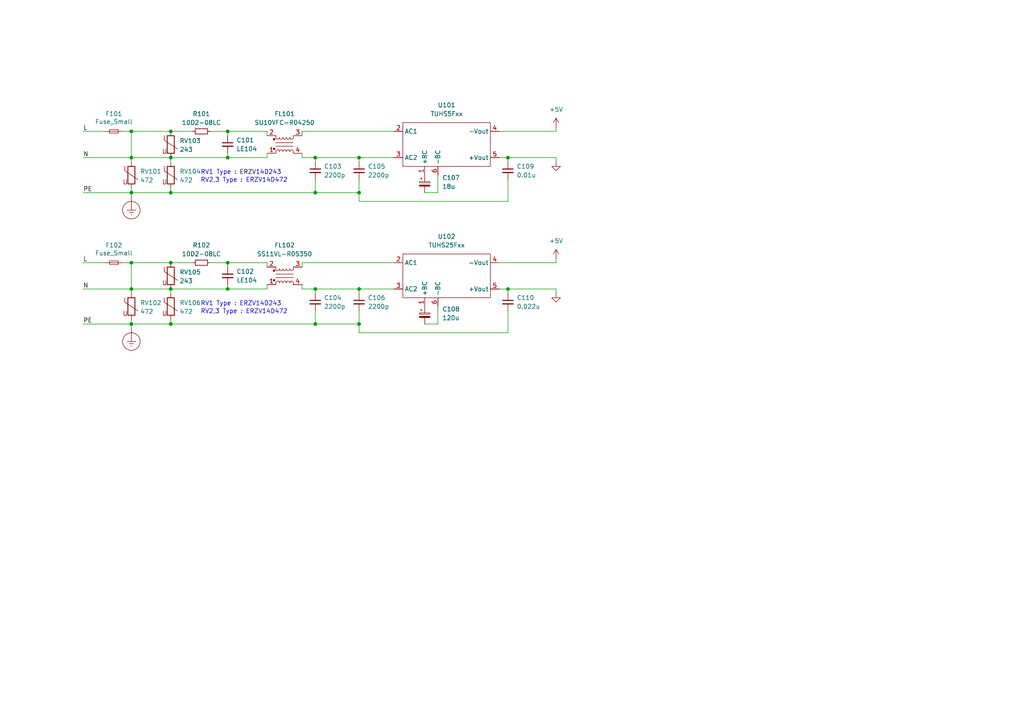
<source format=kicad_sch>
(kicad_sch
	(version 20231120)
	(generator "eeschema")
	(generator_version "8.0")
	(uuid "6b50fb04-e0eb-4b0b-b77b-3ee1b152bd62")
	(paper "A4")
	(lib_symbols
		(symbol "00_Local:TUHS25"
			(exclude_from_sim no)
			(in_bom yes)
			(on_board yes)
			(property "Reference" "U"
				(at 3.048 3.81 0)
				(effects
					(font
						(size 1.27 1.27)
					)
				)
			)
			(property "Value" "TUHS25"
				(at 15.24 -3.81 0)
				(effects
					(font
						(size 1.27 1.27)
					)
				)
			)
			(property "Footprint" "00_Local:TUHS25"
				(at 8.128 11.176 0)
				(effects
					(font
						(size 1.27 1.27)
					)
					(hide yes)
				)
			)
			(property "Datasheet" "https://www.cosel.co.jp/product/powersupply/TUHS/TUHS25F/"
				(at 30.734 9.144 0)
				(effects
					(font
						(size 1.27 1.27)
					)
					(hide yes)
				)
			)
			(property "Description" "ACDC"
				(at 17.78 3.81 0)
				(effects
					(font
						(size 1.27 1.27)
					)
					(hide yes)
				)
			)
			(symbol "TUHS25_1_1"
				(text_box ""
					(at 2.54 2.54 0)
					(size 25.4 -12.7)
					(stroke
						(width 0)
						(type default)
					)
					(fill
						(type color)
						(color 0 0 0 0)
					)
					(effects
						(font
							(size 1.27 1.27)
						)
						(justify left top)
					)
				)
				(pin passive line
					(at 8.89 -12.7 90)
					(length 2.54)
					(name "+BC"
						(effects
							(font
								(size 1.27 1.27)
							)
						)
					)
					(number "1"
						(effects
							(font
								(size 1.27 1.27)
							)
						)
					)
				)
				(pin power_in line
					(at 0 0 0)
					(length 2.54)
					(name "AC1"
						(effects
							(font
								(size 1.27 1.27)
							)
						)
					)
					(number "2"
						(effects
							(font
								(size 1.27 1.27)
							)
						)
					)
				)
				(pin power_in line
					(at 0 -7.62 0)
					(length 2.54)
					(name "AC2"
						(effects
							(font
								(size 1.27 1.27)
							)
						)
					)
					(number "3"
						(effects
							(font
								(size 1.27 1.27)
							)
						)
					)
				)
				(pin power_out line
					(at 30.48 0 180)
					(length 2.54)
					(name "-Vout"
						(effects
							(font
								(size 1.27 1.27)
							)
						)
					)
					(number "4"
						(effects
							(font
								(size 1.27 1.27)
							)
						)
					)
				)
				(pin power_out line
					(at 30.48 -7.62 180)
					(length 2.54)
					(name "+Vout"
						(effects
							(font
								(size 1.27 1.27)
							)
						)
					)
					(number "5"
						(effects
							(font
								(size 1.27 1.27)
							)
						)
					)
				)
				(pin passive line
					(at 12.7 -12.7 90)
					(length 2.54)
					(name "-BC"
						(effects
							(font
								(size 1.27 1.27)
							)
						)
					)
					(number "6"
						(effects
							(font
								(size 1.27 1.27)
							)
						)
					)
				)
			)
		)
		(symbol "00_Local:TUHS5"
			(exclude_from_sim no)
			(in_bom yes)
			(on_board yes)
			(property "Reference" "U"
				(at 3.048 3.81 0)
				(effects
					(font
						(size 1.27 1.27)
					)
				)
			)
			(property "Value" "TUHS5"
				(at 15.24 -3.81 0)
				(effects
					(font
						(size 1.27 1.27)
					)
				)
			)
			(property "Footprint" "00_Local:TUHS3_TUHS5"
				(at 10.922 11.43 0)
				(effects
					(font
						(size 1.27 1.27)
					)
					(hide yes)
				)
			)
			(property "Datasheet" "https://www.cosel.co.jp/product/powersupply/TUHS/TUHS5F/"
				(at 29.972 9.144 0)
				(effects
					(font
						(size 1.27 1.27)
					)
					(hide yes)
				)
			)
			(property "Description" "ACDC"
				(at 17.78 3.81 0)
				(effects
					(font
						(size 1.27 1.27)
					)
					(hide yes)
				)
			)
			(symbol "TUHS5_1_1"
				(text_box ""
					(at 2.54 2.54 0)
					(size 25.4 -12.7)
					(stroke
						(width 0)
						(type default)
					)
					(fill
						(type color)
						(color 0 0 0 0)
					)
					(effects
						(font
							(size 1.27 1.27)
						)
						(justify left top)
					)
				)
				(pin passive line
					(at 8.89 -12.7 90)
					(length 2.54)
					(name "+BC"
						(effects
							(font
								(size 1.27 1.27)
							)
						)
					)
					(number "1"
						(effects
							(font
								(size 1.27 1.27)
							)
						)
					)
				)
				(pin power_in line
					(at 0 0 0)
					(length 2.54)
					(name "AC1"
						(effects
							(font
								(size 1.27 1.27)
							)
						)
					)
					(number "2"
						(effects
							(font
								(size 1.27 1.27)
							)
						)
					)
				)
				(pin power_in line
					(at 0 -7.62 0)
					(length 2.54)
					(name "AC2"
						(effects
							(font
								(size 1.27 1.27)
							)
						)
					)
					(number "3"
						(effects
							(font
								(size 1.27 1.27)
							)
						)
					)
				)
				(pin power_out line
					(at 30.48 0 180)
					(length 2.54)
					(name "-Vout"
						(effects
							(font
								(size 1.27 1.27)
							)
						)
					)
					(number "4"
						(effects
							(font
								(size 1.27 1.27)
							)
						)
					)
				)
				(pin power_out line
					(at 30.48 -7.62 180)
					(length 2.54)
					(name "+Vout"
						(effects
							(font
								(size 1.27 1.27)
							)
						)
					)
					(number "5"
						(effects
							(font
								(size 1.27 1.27)
							)
						)
					)
				)
				(pin passive line
					(at 12.7 -12.7 90)
					(length 2.54)
					(name "-BC"
						(effects
							(font
								(size 1.27 1.27)
							)
						)
					)
					(number "6"
						(effects
							(font
								(size 1.27 1.27)
							)
						)
					)
				)
			)
		)
		(symbol "Device:C_Polarized_Small"
			(pin_numbers hide)
			(pin_names
				(offset 0.254) hide)
			(exclude_from_sim no)
			(in_bom yes)
			(on_board yes)
			(property "Reference" "C"
				(at 0.254 1.778 0)
				(effects
					(font
						(size 1.27 1.27)
					)
					(justify left)
				)
			)
			(property "Value" "C_Polarized_Small"
				(at 0.254 -2.032 0)
				(effects
					(font
						(size 1.27 1.27)
					)
					(justify left)
				)
			)
			(property "Footprint" ""
				(at 0 0 0)
				(effects
					(font
						(size 1.27 1.27)
					)
					(hide yes)
				)
			)
			(property "Datasheet" "~"
				(at 0 0 0)
				(effects
					(font
						(size 1.27 1.27)
					)
					(hide yes)
				)
			)
			(property "Description" "Polarized capacitor, small symbol"
				(at 0 0 0)
				(effects
					(font
						(size 1.27 1.27)
					)
					(hide yes)
				)
			)
			(property "ki_keywords" "cap capacitor"
				(at 0 0 0)
				(effects
					(font
						(size 1.27 1.27)
					)
					(hide yes)
				)
			)
			(property "ki_fp_filters" "CP_*"
				(at 0 0 0)
				(effects
					(font
						(size 1.27 1.27)
					)
					(hide yes)
				)
			)
			(symbol "C_Polarized_Small_0_1"
				(rectangle
					(start -1.524 -0.3048)
					(end 1.524 -0.6858)
					(stroke
						(width 0)
						(type default)
					)
					(fill
						(type outline)
					)
				)
				(rectangle
					(start -1.524 0.6858)
					(end 1.524 0.3048)
					(stroke
						(width 0)
						(type default)
					)
					(fill
						(type none)
					)
				)
				(polyline
					(pts
						(xy -1.27 1.524) (xy -0.762 1.524)
					)
					(stroke
						(width 0)
						(type default)
					)
					(fill
						(type none)
					)
				)
				(polyline
					(pts
						(xy -1.016 1.27) (xy -1.016 1.778)
					)
					(stroke
						(width 0)
						(type default)
					)
					(fill
						(type none)
					)
				)
			)
			(symbol "C_Polarized_Small_1_1"
				(pin passive line
					(at 0 2.54 270)
					(length 1.8542)
					(name "~"
						(effects
							(font
								(size 1.27 1.27)
							)
						)
					)
					(number "1"
						(effects
							(font
								(size 1.27 1.27)
							)
						)
					)
				)
				(pin passive line
					(at 0 -2.54 90)
					(length 1.8542)
					(name "~"
						(effects
							(font
								(size 1.27 1.27)
							)
						)
					)
					(number "2"
						(effects
							(font
								(size 1.27 1.27)
							)
						)
					)
				)
			)
		)
		(symbol "Device:C_Small"
			(pin_numbers hide)
			(pin_names
				(offset 0.254) hide)
			(exclude_from_sim no)
			(in_bom yes)
			(on_board yes)
			(property "Reference" "C"
				(at 0.254 1.778 0)
				(effects
					(font
						(size 1.27 1.27)
					)
					(justify left)
				)
			)
			(property "Value" "C_Small"
				(at 0.254 -2.032 0)
				(effects
					(font
						(size 1.27 1.27)
					)
					(justify left)
				)
			)
			(property "Footprint" ""
				(at 0 0 0)
				(effects
					(font
						(size 1.27 1.27)
					)
					(hide yes)
				)
			)
			(property "Datasheet" "~"
				(at 0 0 0)
				(effects
					(font
						(size 1.27 1.27)
					)
					(hide yes)
				)
			)
			(property "Description" "Unpolarized capacitor, small symbol"
				(at 0 0 0)
				(effects
					(font
						(size 1.27 1.27)
					)
					(hide yes)
				)
			)
			(property "ki_keywords" "capacitor cap"
				(at 0 0 0)
				(effects
					(font
						(size 1.27 1.27)
					)
					(hide yes)
				)
			)
			(property "ki_fp_filters" "C_*"
				(at 0 0 0)
				(effects
					(font
						(size 1.27 1.27)
					)
					(hide yes)
				)
			)
			(symbol "C_Small_0_1"
				(polyline
					(pts
						(xy -1.524 -0.508) (xy 1.524 -0.508)
					)
					(stroke
						(width 0.3302)
						(type default)
					)
					(fill
						(type none)
					)
				)
				(polyline
					(pts
						(xy -1.524 0.508) (xy 1.524 0.508)
					)
					(stroke
						(width 0.3048)
						(type default)
					)
					(fill
						(type none)
					)
				)
			)
			(symbol "C_Small_1_1"
				(pin passive line
					(at 0 2.54 270)
					(length 2.032)
					(name "~"
						(effects
							(font
								(size 1.27 1.27)
							)
						)
					)
					(number "1"
						(effects
							(font
								(size 1.27 1.27)
							)
						)
					)
				)
				(pin passive line
					(at 0 -2.54 90)
					(length 2.032)
					(name "~"
						(effects
							(font
								(size 1.27 1.27)
							)
						)
					)
					(number "2"
						(effects
							(font
								(size 1.27 1.27)
							)
						)
					)
				)
			)
		)
		(symbol "Device:Filter_EMI_LL_1423"
			(pin_names hide)
			(exclude_from_sim no)
			(in_bom yes)
			(on_board yes)
			(property "Reference" "FL"
				(at 0 4.445 0)
				(effects
					(font
						(size 1.27 1.27)
					)
				)
			)
			(property "Value" "Filter_EMI_LL_1423"
				(at 0 -4.445 0)
				(effects
					(font
						(size 1.27 1.27)
					)
				)
			)
			(property "Footprint" ""
				(at 0 -6.35 0)
				(effects
					(font
						(size 1.27 1.27)
					)
					(hide yes)
				)
			)
			(property "Datasheet" "~"
				(at 0 1.016 90)
				(effects
					(font
						(size 1.27 1.27)
					)
					(hide yes)
				)
			)
			(property "Description" "EMI 2-inductor filter, pin-connections 1-4 and 2-3"
				(at 0 0 0)
				(effects
					(font
						(size 1.27 1.27)
					)
					(hide yes)
				)
			)
			(property "ki_keywords" "EMI filter common-mode choke"
				(at 0 0 0)
				(effects
					(font
						(size 1.27 1.27)
					)
					(hide yes)
				)
			)
			(property "ki_fp_filters" "Bourns*SRF0905*"
				(at 0 0 0)
				(effects
					(font
						(size 1.27 1.27)
					)
					(hide yes)
				)
			)
			(symbol "Filter_EMI_LL_1423_0_1"
				(circle
					(center -3.048 -1.27)
					(radius 0.254)
					(stroke
						(width 0)
						(type default)
					)
					(fill
						(type outline)
					)
				)
				(circle
					(center -3.048 1.524)
					(radius 0.254)
					(stroke
						(width 0)
						(type default)
					)
					(fill
						(type outline)
					)
				)
				(arc
					(start -2.54 2.032)
					(mid -2.032 1.5262)
					(end -1.524 2.032)
					(stroke
						(width 0)
						(type default)
					)
					(fill
						(type none)
					)
				)
				(arc
					(start -1.524 -2.032)
					(mid -2.032 -1.5262)
					(end -2.54 -2.032)
					(stroke
						(width 0)
						(type default)
					)
					(fill
						(type none)
					)
				)
				(arc
					(start -1.524 2.032)
					(mid -1.016 1.5262)
					(end -0.508 2.032)
					(stroke
						(width 0)
						(type default)
					)
					(fill
						(type none)
					)
				)
				(arc
					(start -0.508 -2.032)
					(mid -1.016 -1.5262)
					(end -1.524 -2.032)
					(stroke
						(width 0)
						(type default)
					)
					(fill
						(type none)
					)
				)
				(arc
					(start -0.508 2.032)
					(mid 0 1.5262)
					(end 0.508 2.032)
					(stroke
						(width 0)
						(type default)
					)
					(fill
						(type none)
					)
				)
				(polyline
					(pts
						(xy -2.54 -2.032) (xy -2.54 -2.54)
					)
					(stroke
						(width 0)
						(type default)
					)
					(fill
						(type none)
					)
				)
				(polyline
					(pts
						(xy -2.54 0.508) (xy 2.54 0.508)
					)
					(stroke
						(width 0)
						(type default)
					)
					(fill
						(type none)
					)
				)
				(polyline
					(pts
						(xy -2.54 2.032) (xy -2.54 2.54)
					)
					(stroke
						(width 0)
						(type default)
					)
					(fill
						(type none)
					)
				)
				(polyline
					(pts
						(xy 2.54 -2.032) (xy 2.54 -2.54)
					)
					(stroke
						(width 0)
						(type default)
					)
					(fill
						(type none)
					)
				)
				(polyline
					(pts
						(xy 2.54 -0.508) (xy -2.54 -0.508)
					)
					(stroke
						(width 0)
						(type default)
					)
					(fill
						(type none)
					)
				)
				(polyline
					(pts
						(xy 2.54 2.54) (xy 2.54 2.032)
					)
					(stroke
						(width 0)
						(type default)
					)
					(fill
						(type none)
					)
				)
				(arc
					(start 0.508 -2.032)
					(mid 0 -1.5262)
					(end -0.508 -2.032)
					(stroke
						(width 0)
						(type default)
					)
					(fill
						(type none)
					)
				)
				(arc
					(start 0.508 2.032)
					(mid 1.016 1.5262)
					(end 1.524 2.032)
					(stroke
						(width 0)
						(type default)
					)
					(fill
						(type none)
					)
				)
				(arc
					(start 1.524 -2.032)
					(mid 1.016 -1.5262)
					(end 0.508 -2.032)
					(stroke
						(width 0)
						(type default)
					)
					(fill
						(type none)
					)
				)
				(arc
					(start 1.524 2.032)
					(mid 2.032 1.5262)
					(end 2.54 2.032)
					(stroke
						(width 0)
						(type default)
					)
					(fill
						(type none)
					)
				)
				(arc
					(start 2.54 -2.032)
					(mid 2.032 -1.5262)
					(end 1.524 -2.032)
					(stroke
						(width 0)
						(type default)
					)
					(fill
						(type none)
					)
				)
			)
			(symbol "Filter_EMI_LL_1423_1_1"
				(pin passive line
					(at -5.08 -2.54 0)
					(length 2.54)
					(name "1"
						(effects
							(font
								(size 1.27 1.27)
							)
						)
					)
					(number "1"
						(effects
							(font
								(size 1.27 1.27)
							)
						)
					)
				)
				(pin passive line
					(at -5.08 2.54 0)
					(length 2.54)
					(name "2"
						(effects
							(font
								(size 1.27 1.27)
							)
						)
					)
					(number "2"
						(effects
							(font
								(size 1.27 1.27)
							)
						)
					)
				)
				(pin passive line
					(at 5.08 2.54 180)
					(length 2.54)
					(name "3"
						(effects
							(font
								(size 1.27 1.27)
							)
						)
					)
					(number "3"
						(effects
							(font
								(size 1.27 1.27)
							)
						)
					)
				)
				(pin passive line
					(at 5.08 -2.54 180)
					(length 2.54)
					(name "4"
						(effects
							(font
								(size 1.27 1.27)
							)
						)
					)
					(number "4"
						(effects
							(font
								(size 1.27 1.27)
							)
						)
					)
				)
			)
		)
		(symbol "Device:Fuse_Small"
			(pin_numbers hide)
			(pin_names
				(offset 0.254) hide)
			(exclude_from_sim no)
			(in_bom yes)
			(on_board yes)
			(property "Reference" "F"
				(at 0 -1.524 0)
				(effects
					(font
						(size 1.27 1.27)
					)
				)
			)
			(property "Value" "Fuse_Small"
				(at 0 1.524 0)
				(effects
					(font
						(size 1.27 1.27)
					)
				)
			)
			(property "Footprint" ""
				(at 0 0 0)
				(effects
					(font
						(size 1.27 1.27)
					)
					(hide yes)
				)
			)
			(property "Datasheet" "~"
				(at 0 0 0)
				(effects
					(font
						(size 1.27 1.27)
					)
					(hide yes)
				)
			)
			(property "Description" "Fuse, small symbol"
				(at 0 0 0)
				(effects
					(font
						(size 1.27 1.27)
					)
					(hide yes)
				)
			)
			(property "ki_keywords" "fuse"
				(at 0 0 0)
				(effects
					(font
						(size 1.27 1.27)
					)
					(hide yes)
				)
			)
			(property "ki_fp_filters" "*Fuse*"
				(at 0 0 0)
				(effects
					(font
						(size 1.27 1.27)
					)
					(hide yes)
				)
			)
			(symbol "Fuse_Small_0_1"
				(rectangle
					(start -1.27 0.508)
					(end 1.27 -0.508)
					(stroke
						(width 0)
						(type default)
					)
					(fill
						(type none)
					)
				)
				(polyline
					(pts
						(xy -1.27 0) (xy 1.27 0)
					)
					(stroke
						(width 0)
						(type default)
					)
					(fill
						(type none)
					)
				)
			)
			(symbol "Fuse_Small_1_1"
				(pin passive line
					(at -2.54 0 0)
					(length 1.27)
					(name "~"
						(effects
							(font
								(size 1.27 1.27)
							)
						)
					)
					(number "1"
						(effects
							(font
								(size 1.27 1.27)
							)
						)
					)
				)
				(pin passive line
					(at 2.54 0 180)
					(length 1.27)
					(name "~"
						(effects
							(font
								(size 1.27 1.27)
							)
						)
					)
					(number "2"
						(effects
							(font
								(size 1.27 1.27)
							)
						)
					)
				)
			)
		)
		(symbol "Device:R_Small"
			(pin_numbers hide)
			(pin_names
				(offset 0.254) hide)
			(exclude_from_sim no)
			(in_bom yes)
			(on_board yes)
			(property "Reference" "R"
				(at 0.762 0.508 0)
				(effects
					(font
						(size 1.27 1.27)
					)
					(justify left)
				)
			)
			(property "Value" "R_Small"
				(at 0.762 -1.016 0)
				(effects
					(font
						(size 1.27 1.27)
					)
					(justify left)
				)
			)
			(property "Footprint" ""
				(at 0 0 0)
				(effects
					(font
						(size 1.27 1.27)
					)
					(hide yes)
				)
			)
			(property "Datasheet" "~"
				(at 0 0 0)
				(effects
					(font
						(size 1.27 1.27)
					)
					(hide yes)
				)
			)
			(property "Description" "Resistor, small symbol"
				(at 0 0 0)
				(effects
					(font
						(size 1.27 1.27)
					)
					(hide yes)
				)
			)
			(property "ki_keywords" "R resistor"
				(at 0 0 0)
				(effects
					(font
						(size 1.27 1.27)
					)
					(hide yes)
				)
			)
			(property "ki_fp_filters" "R_*"
				(at 0 0 0)
				(effects
					(font
						(size 1.27 1.27)
					)
					(hide yes)
				)
			)
			(symbol "R_Small_0_1"
				(rectangle
					(start -0.762 1.778)
					(end 0.762 -1.778)
					(stroke
						(width 0.2032)
						(type default)
					)
					(fill
						(type none)
					)
				)
			)
			(symbol "R_Small_1_1"
				(pin passive line
					(at 0 2.54 270)
					(length 0.762)
					(name "~"
						(effects
							(font
								(size 1.27 1.27)
							)
						)
					)
					(number "1"
						(effects
							(font
								(size 1.27 1.27)
							)
						)
					)
				)
				(pin passive line
					(at 0 -2.54 90)
					(length 0.762)
					(name "~"
						(effects
							(font
								(size 1.27 1.27)
							)
						)
					)
					(number "2"
						(effects
							(font
								(size 1.27 1.27)
							)
						)
					)
				)
			)
		)
		(symbol "Device:Varistor"
			(pin_numbers hide)
			(pin_names
				(offset 0)
			)
			(exclude_from_sim no)
			(in_bom yes)
			(on_board yes)
			(property "Reference" "RV"
				(at 3.175 0 90)
				(effects
					(font
						(size 1.27 1.27)
					)
				)
			)
			(property "Value" "Varistor"
				(at -3.175 0 90)
				(effects
					(font
						(size 1.27 1.27)
					)
				)
			)
			(property "Footprint" ""
				(at -1.778 0 90)
				(effects
					(font
						(size 1.27 1.27)
					)
					(hide yes)
				)
			)
			(property "Datasheet" "~"
				(at 0 0 0)
				(effects
					(font
						(size 1.27 1.27)
					)
					(hide yes)
				)
			)
			(property "Description" "Voltage dependent resistor"
				(at 0 0 0)
				(effects
					(font
						(size 1.27 1.27)
					)
					(hide yes)
				)
			)
			(property "Sim.Name" "kicad_builtin_varistor"
				(at 0 0 0)
				(effects
					(font
						(size 1.27 1.27)
					)
					(hide yes)
				)
			)
			(property "Sim.Device" "SUBCKT"
				(at 0 0 0)
				(effects
					(font
						(size 1.27 1.27)
					)
					(hide yes)
				)
			)
			(property "Sim.Pins" "1=A 2=B"
				(at 0 0 0)
				(effects
					(font
						(size 1.27 1.27)
					)
					(hide yes)
				)
			)
			(property "Sim.Params" "threshold=1k"
				(at 0 0 0)
				(effects
					(font
						(size 1.27 1.27)
					)
					(hide yes)
				)
			)
			(property "Sim.Library" "${KICAD7_SYMBOL_DIR}/Simulation_SPICE.sp"
				(at 0 0 0)
				(effects
					(font
						(size 1.27 1.27)
					)
					(hide yes)
				)
			)
			(property "ki_keywords" "VDR resistance"
				(at 0 0 0)
				(effects
					(font
						(size 1.27 1.27)
					)
					(hide yes)
				)
			)
			(property "ki_fp_filters" "RV_* Varistor*"
				(at 0 0 0)
				(effects
					(font
						(size 1.27 1.27)
					)
					(hide yes)
				)
			)
			(symbol "Varistor_0_0"
				(text "U"
					(at -1.778 -2.032 0)
					(effects
						(font
							(size 1.27 1.27)
						)
					)
				)
			)
			(symbol "Varistor_0_1"
				(rectangle
					(start -1.016 -2.54)
					(end 1.016 2.54)
					(stroke
						(width 0.254)
						(type default)
					)
					(fill
						(type none)
					)
				)
				(polyline
					(pts
						(xy -1.905 2.54) (xy -1.905 1.27) (xy 1.905 -1.27)
					)
					(stroke
						(width 0)
						(type default)
					)
					(fill
						(type none)
					)
				)
			)
			(symbol "Varistor_1_1"
				(pin passive line
					(at 0 3.81 270)
					(length 1.27)
					(name "~"
						(effects
							(font
								(size 1.27 1.27)
							)
						)
					)
					(number "1"
						(effects
							(font
								(size 1.27 1.27)
							)
						)
					)
				)
				(pin passive line
					(at 0 -3.81 90)
					(length 1.27)
					(name "~"
						(effects
							(font
								(size 1.27 1.27)
							)
						)
					)
					(number "2"
						(effects
							(font
								(size 1.27 1.27)
							)
						)
					)
				)
			)
		)
		(symbol "power:+5V"
			(power)
			(pin_numbers hide)
			(pin_names
				(offset 0) hide)
			(exclude_from_sim no)
			(in_bom yes)
			(on_board yes)
			(property "Reference" "#PWR"
				(at 0 -3.81 0)
				(effects
					(font
						(size 1.27 1.27)
					)
					(hide yes)
				)
			)
			(property "Value" "+5V"
				(at 0 3.556 0)
				(effects
					(font
						(size 1.27 1.27)
					)
				)
			)
			(property "Footprint" ""
				(at 0 0 0)
				(effects
					(font
						(size 1.27 1.27)
					)
					(hide yes)
				)
			)
			(property "Datasheet" ""
				(at 0 0 0)
				(effects
					(font
						(size 1.27 1.27)
					)
					(hide yes)
				)
			)
			(property "Description" "Power symbol creates a global label with name \"+5V\""
				(at 0 0 0)
				(effects
					(font
						(size 1.27 1.27)
					)
					(hide yes)
				)
			)
			(property "ki_keywords" "global power"
				(at 0 0 0)
				(effects
					(font
						(size 1.27 1.27)
					)
					(hide yes)
				)
			)
			(symbol "+5V_0_1"
				(polyline
					(pts
						(xy -0.762 1.27) (xy 0 2.54)
					)
					(stroke
						(width 0)
						(type default)
					)
					(fill
						(type none)
					)
				)
				(polyline
					(pts
						(xy 0 0) (xy 0 2.54)
					)
					(stroke
						(width 0)
						(type default)
					)
					(fill
						(type none)
					)
				)
				(polyline
					(pts
						(xy 0 2.54) (xy 0.762 1.27)
					)
					(stroke
						(width 0)
						(type default)
					)
					(fill
						(type none)
					)
				)
			)
			(symbol "+5V_1_1"
				(pin power_in line
					(at 0 0 90)
					(length 0)
					(name "~"
						(effects
							(font
								(size 1.27 1.27)
							)
						)
					)
					(number "1"
						(effects
							(font
								(size 1.27 1.27)
							)
						)
					)
				)
			)
		)
		(symbol "power:Earth_Protective"
			(power)
			(pin_numbers hide)
			(pin_names
				(offset 0) hide)
			(exclude_from_sim no)
			(in_bom yes)
			(on_board yes)
			(property "Reference" "#PWR"
				(at 0 -10.16 0)
				(effects
					(font
						(size 1.27 1.27)
					)
					(hide yes)
				)
			)
			(property "Value" "Earth_Protective"
				(at 0 -7.62 0)
				(effects
					(font
						(size 1.27 1.27)
					)
				)
			)
			(property "Footprint" ""
				(at 0 -2.54 0)
				(effects
					(font
						(size 1.27 1.27)
					)
					(hide yes)
				)
			)
			(property "Datasheet" "~"
				(at 0 -2.54 0)
				(effects
					(font
						(size 1.27 1.27)
					)
					(hide yes)
				)
			)
			(property "Description" "Power symbol creates a global label with name \"Earth_Protective\""
				(at 0 0 0)
				(effects
					(font
						(size 1.27 1.27)
					)
					(hide yes)
				)
			)
			(property "ki_keywords" "global ground gnd clean"
				(at 0 0 0)
				(effects
					(font
						(size 1.27 1.27)
					)
					(hide yes)
				)
			)
			(symbol "Earth_Protective_0_1"
				(circle
					(center 0 -3.81)
					(radius 2.54)
					(stroke
						(width 0)
						(type default)
					)
					(fill
						(type none)
					)
				)
				(polyline
					(pts
						(xy -0.635 -4.445) (xy 0.635 -4.445)
					)
					(stroke
						(width 0)
						(type default)
					)
					(fill
						(type none)
					)
				)
				(polyline
					(pts
						(xy -0.127 -5.08) (xy 0.127 -5.08)
					)
					(stroke
						(width 0)
						(type default)
					)
					(fill
						(type none)
					)
				)
				(polyline
					(pts
						(xy 0 -3.81) (xy 0 0)
					)
					(stroke
						(width 0)
						(type default)
					)
					(fill
						(type none)
					)
				)
				(polyline
					(pts
						(xy 1.27 -3.81) (xy -1.27 -3.81)
					)
					(stroke
						(width 0)
						(type default)
					)
					(fill
						(type none)
					)
				)
			)
			(symbol "Earth_Protective_1_1"
				(pin power_in line
					(at 0 0 270)
					(length 0)
					(name "~"
						(effects
							(font
								(size 1.27 1.27)
							)
						)
					)
					(number "1"
						(effects
							(font
								(size 1.27 1.27)
							)
						)
					)
				)
			)
		)
		(symbol "power:GND"
			(power)
			(pin_numbers hide)
			(pin_names
				(offset 0) hide)
			(exclude_from_sim no)
			(in_bom yes)
			(on_board yes)
			(property "Reference" "#PWR"
				(at 0 -6.35 0)
				(effects
					(font
						(size 1.27 1.27)
					)
					(hide yes)
				)
			)
			(property "Value" "GND"
				(at 0 -3.81 0)
				(effects
					(font
						(size 1.27 1.27)
					)
				)
			)
			(property "Footprint" ""
				(at 0 0 0)
				(effects
					(font
						(size 1.27 1.27)
					)
					(hide yes)
				)
			)
			(property "Datasheet" ""
				(at 0 0 0)
				(effects
					(font
						(size 1.27 1.27)
					)
					(hide yes)
				)
			)
			(property "Description" "Power symbol creates a global label with name \"GND\" , ground"
				(at 0 0 0)
				(effects
					(font
						(size 1.27 1.27)
					)
					(hide yes)
				)
			)
			(property "ki_keywords" "global power"
				(at 0 0 0)
				(effects
					(font
						(size 1.27 1.27)
					)
					(hide yes)
				)
			)
			(symbol "GND_0_1"
				(polyline
					(pts
						(xy 0 0) (xy 0 -1.27) (xy 1.27 -1.27) (xy 0 -2.54) (xy -1.27 -1.27) (xy 0 -1.27)
					)
					(stroke
						(width 0)
						(type default)
					)
					(fill
						(type none)
					)
				)
			)
			(symbol "GND_1_1"
				(pin power_in line
					(at 0 0 270)
					(length 0)
					(name "~"
						(effects
							(font
								(size 1.27 1.27)
							)
						)
					)
					(number "1"
						(effects
							(font
								(size 1.27 1.27)
							)
						)
					)
				)
			)
		)
	)
	(junction
		(at 104.14 93.98)
		(diameter 0)
		(color 0 0 0 0)
		(uuid "06191d63-33a3-4148-ae81-bb107ba9d8b7")
	)
	(junction
		(at 104.14 45.72)
		(diameter 0)
		(color 0 0 0 0)
		(uuid "1c2039f0-f440-441c-8525-5b782b82d192")
	)
	(junction
		(at 49.53 93.98)
		(diameter 0)
		(color 0 0 0 0)
		(uuid "391304cd-083c-48a1-92d1-ebc2386c7c9a")
	)
	(junction
		(at 38.1 93.98)
		(diameter 0)
		(color 0 0 0 0)
		(uuid "3c9b4df8-581d-4cc5-b794-f45733508916")
	)
	(junction
		(at 38.1 83.82)
		(diameter 0)
		(color 0 0 0 0)
		(uuid "45852cc0-5e8b-4ff2-8d5f-4f36eb95fce5")
	)
	(junction
		(at 91.44 45.72)
		(diameter 0)
		(color 0 0 0 0)
		(uuid "573330b8-5944-4286-bd82-e661c3a88ff4")
	)
	(junction
		(at 49.53 38.1)
		(diameter 0)
		(color 0 0 0 0)
		(uuid "58e297cc-6a72-4c80-9cba-fd3155117655")
	)
	(junction
		(at 66.04 45.72)
		(diameter 0)
		(color 0 0 0 0)
		(uuid "8ca93d99-3e7f-4704-9756-8e40ac3e5736")
	)
	(junction
		(at 49.53 55.88)
		(diameter 0)
		(color 0 0 0 0)
		(uuid "8e240317-7635-4578-9bd9-e05321a4356b")
	)
	(junction
		(at 38.1 55.88)
		(diameter 0)
		(color 0 0 0 0)
		(uuid "99626d7b-9dab-409a-8af7-d9ee1349f710")
	)
	(junction
		(at 104.14 83.82)
		(diameter 0)
		(color 0 0 0 0)
		(uuid "9dc7e6ab-a346-4140-8a9d-97e806754a4b")
	)
	(junction
		(at 104.14 55.88)
		(diameter 0)
		(color 0 0 0 0)
		(uuid "a45e923c-b0d5-4029-97ba-bd871f302cfc")
	)
	(junction
		(at 38.1 38.1)
		(diameter 0)
		(color 0 0 0 0)
		(uuid "a6f170ef-6a79-417c-a528-1f289eb8dd15")
	)
	(junction
		(at 49.53 45.72)
		(diameter 0)
		(color 0 0 0 0)
		(uuid "abeb2606-1b97-42da-9f7e-eca98460acfc")
	)
	(junction
		(at 49.53 83.82)
		(diameter 0)
		(color 0 0 0 0)
		(uuid "c52e21fb-29d6-451a-b189-0ae09d6e82ef")
	)
	(junction
		(at 66.04 83.82)
		(diameter 0)
		(color 0 0 0 0)
		(uuid "c5b6bc24-e15c-40be-8c8c-d13918b6743a")
	)
	(junction
		(at 91.44 93.98)
		(diameter 0)
		(color 0 0 0 0)
		(uuid "ccf68711-1732-4d8d-af3d-137ac96e72bf")
	)
	(junction
		(at 66.04 38.1)
		(diameter 0)
		(color 0 0 0 0)
		(uuid "d5605749-8ecd-4bc7-bae9-d41adb4b389a")
	)
	(junction
		(at 38.1 76.2)
		(diameter 0)
		(color 0 0 0 0)
		(uuid "dc239cbd-2c4f-48c5-8593-465f9f0ec2d6")
	)
	(junction
		(at 147.32 45.72)
		(diameter 0)
		(color 0 0 0 0)
		(uuid "e547ca83-7d59-4d7a-92dd-30f2e97b26f2")
	)
	(junction
		(at 147.32 83.82)
		(diameter 0)
		(color 0 0 0 0)
		(uuid "eb133279-19d1-463c-ac86-7d4af557be81")
	)
	(junction
		(at 49.53 76.2)
		(diameter 0)
		(color 0 0 0 0)
		(uuid "eb3eaee4-44aa-4b56-af9a-58cceda1c805")
	)
	(junction
		(at 66.04 76.2)
		(diameter 0)
		(color 0 0 0 0)
		(uuid "f4d13788-6675-4190-bf32-b2c34529a13a")
	)
	(junction
		(at 91.44 55.88)
		(diameter 0)
		(color 0 0 0 0)
		(uuid "f7812b54-e6b0-469c-993f-0eda30e78037")
	)
	(junction
		(at 91.44 83.82)
		(diameter 0)
		(color 0 0 0 0)
		(uuid "f7cc074d-2093-4c70-83c8-c6e209a49a71")
	)
	(junction
		(at 38.1 45.72)
		(diameter 0)
		(color 0 0 0 0)
		(uuid "fe47cf04-da39-44bc-8b45-976ba132f3e8")
	)
	(wire
		(pts
			(xy 161.29 76.2) (xy 161.29 74.93)
		)
		(stroke
			(width 0)
			(type default)
		)
		(uuid "0213d123-86ae-4e27-a149-5e0662a2d565")
	)
	(wire
		(pts
			(xy 91.44 45.72) (xy 104.14 45.72)
		)
		(stroke
			(width 0)
			(type default)
		)
		(uuid "03d83879-696c-4fcb-a433-57093ddc877b")
	)
	(wire
		(pts
			(xy 38.1 83.82) (xy 38.1 85.09)
		)
		(stroke
			(width 0)
			(type default)
		)
		(uuid "08fe3448-1222-4c3e-acf4-95466407f9b9")
	)
	(wire
		(pts
			(xy 66.04 38.1) (xy 66.04 39.37)
		)
		(stroke
			(width 0)
			(type default)
		)
		(uuid "12a83ad3-d7a8-47c3-9420-e31c7b3b1fd4")
	)
	(wire
		(pts
			(xy 49.53 83.82) (xy 66.04 83.82)
		)
		(stroke
			(width 0)
			(type default)
		)
		(uuid "166362b3-14b1-4ba7-a271-e9564f71cf04")
	)
	(wire
		(pts
			(xy 127 50.8) (xy 127 55.88)
		)
		(stroke
			(width 0)
			(type default)
		)
		(uuid "1a65206e-d18a-4e5c-9dec-c3d89f31eed9")
	)
	(wire
		(pts
			(xy 91.44 52.07) (xy 91.44 55.88)
		)
		(stroke
			(width 0)
			(type default)
		)
		(uuid "23cc859f-12b7-47ef-8383-9cd8d8e1dc81")
	)
	(wire
		(pts
			(xy 24.13 76.2) (xy 30.48 76.2)
		)
		(stroke
			(width 0)
			(type default)
		)
		(uuid "253b636b-f5d4-4357-b988-dbc7d1199027")
	)
	(wire
		(pts
			(xy 66.04 83.82) (xy 66.04 82.55)
		)
		(stroke
			(width 0)
			(type default)
		)
		(uuid "25f400f0-5a14-4058-897b-8846aba2354e")
	)
	(wire
		(pts
			(xy 91.44 55.88) (xy 104.14 55.88)
		)
		(stroke
			(width 0)
			(type default)
		)
		(uuid "28ddcdb1-5c7b-4d23-9e5f-b30c3b9eeeab")
	)
	(wire
		(pts
			(xy 123.19 55.88) (xy 127 55.88)
		)
		(stroke
			(width 0)
			(type default)
		)
		(uuid "28df0d63-8308-49a6-9584-6be240f4d9d0")
	)
	(wire
		(pts
			(xy 38.1 92.71) (xy 38.1 93.98)
		)
		(stroke
			(width 0)
			(type default)
		)
		(uuid "2db0c90d-8778-49f7-b6a4-8d7779b225f4")
	)
	(wire
		(pts
			(xy 66.04 83.82) (xy 77.47 83.82)
		)
		(stroke
			(width 0)
			(type default)
		)
		(uuid "2e73e896-6dd4-479e-bec1-2ff550ee4c43")
	)
	(wire
		(pts
			(xy 49.53 38.1) (xy 55.88 38.1)
		)
		(stroke
			(width 0)
			(type default)
		)
		(uuid "2fa80b4c-5226-4432-84d2-e47c9ca505e9")
	)
	(wire
		(pts
			(xy 38.1 55.88) (xy 49.53 55.88)
		)
		(stroke
			(width 0)
			(type default)
		)
		(uuid "3007714e-cd33-4162-95eb-37f89e2e6344")
	)
	(wire
		(pts
			(xy 24.13 83.82) (xy 38.1 83.82)
		)
		(stroke
			(width 0)
			(type default)
		)
		(uuid "31c991a2-c67f-450b-a342-2aac9327b84e")
	)
	(wire
		(pts
			(xy 87.63 45.72) (xy 91.44 45.72)
		)
		(stroke
			(width 0)
			(type default)
		)
		(uuid "32e177e0-6398-4754-8123-e45be2a0c04b")
	)
	(wire
		(pts
			(xy 24.13 38.1) (xy 30.48 38.1)
		)
		(stroke
			(width 0)
			(type default)
		)
		(uuid "33795b58-bda6-4f4a-a23f-8e8d0ee30877")
	)
	(wire
		(pts
			(xy 49.53 55.88) (xy 91.44 55.88)
		)
		(stroke
			(width 0)
			(type default)
		)
		(uuid "3914d012-a8d4-41ca-8b06-d6821bfa95b6")
	)
	(wire
		(pts
			(xy 38.1 38.1) (xy 38.1 45.72)
		)
		(stroke
			(width 0)
			(type default)
		)
		(uuid "39ebc4cc-79f9-4841-94df-0df6fd562303")
	)
	(wire
		(pts
			(xy 104.14 93.98) (xy 104.14 96.52)
		)
		(stroke
			(width 0)
			(type default)
		)
		(uuid "4032bf18-3ae7-4928-b537-7f5b495fd27d")
	)
	(wire
		(pts
			(xy 24.13 93.98) (xy 38.1 93.98)
		)
		(stroke
			(width 0)
			(type default)
		)
		(uuid "437df4c8-51dd-4733-97ec-7f00cba555f6")
	)
	(wire
		(pts
			(xy 127 88.9) (xy 127 93.98)
		)
		(stroke
			(width 0)
			(type default)
		)
		(uuid "43c002c3-2ba5-4318-842f-c55a5063e028")
	)
	(wire
		(pts
			(xy 87.63 83.82) (xy 91.44 83.82)
		)
		(stroke
			(width 0)
			(type default)
		)
		(uuid "452333ab-670b-46e6-b480-3f7de233ce2e")
	)
	(wire
		(pts
			(xy 104.14 58.42) (xy 147.32 58.42)
		)
		(stroke
			(width 0)
			(type default)
		)
		(uuid "4738e914-2382-4b72-8c33-9cde2f66e881")
	)
	(wire
		(pts
			(xy 87.63 38.1) (xy 114.3 38.1)
		)
		(stroke
			(width 0)
			(type default)
		)
		(uuid "4854703c-9d6f-45b4-b27b-3992bcdf2a1f")
	)
	(wire
		(pts
			(xy 104.14 45.72) (xy 114.3 45.72)
		)
		(stroke
			(width 0)
			(type default)
		)
		(uuid "4e1f1aa3-b355-4e29-8f19-c9b4e8b7e576")
	)
	(wire
		(pts
			(xy 49.53 83.82) (xy 49.53 85.09)
		)
		(stroke
			(width 0)
			(type default)
		)
		(uuid "4e2d2c9f-0e98-4171-bb70-9aebf5fa7ddc")
	)
	(wire
		(pts
			(xy 147.32 83.82) (xy 161.29 83.82)
		)
		(stroke
			(width 0)
			(type default)
		)
		(uuid "4ff310d7-ae2e-4bba-845d-795f9044a3a9")
	)
	(wire
		(pts
			(xy 60.96 38.1) (xy 66.04 38.1)
		)
		(stroke
			(width 0)
			(type default)
		)
		(uuid "5256eaec-724f-411c-879e-ddcc01362793")
	)
	(wire
		(pts
			(xy 38.1 38.1) (xy 49.53 38.1)
		)
		(stroke
			(width 0)
			(type default)
		)
		(uuid "5578fa7b-a4de-44ec-aa1b-cace36a3bdfa")
	)
	(wire
		(pts
			(xy 87.63 76.2) (xy 114.3 76.2)
		)
		(stroke
			(width 0)
			(type default)
		)
		(uuid "5f639d3b-bdce-4f15-b3c2-7fcdacadd25d")
	)
	(wire
		(pts
			(xy 123.19 93.98) (xy 127 93.98)
		)
		(stroke
			(width 0)
			(type default)
		)
		(uuid "6037b94a-70f7-43e5-b957-5bb2bca2a0e0")
	)
	(wire
		(pts
			(xy 161.29 38.1) (xy 161.29 36.83)
		)
		(stroke
			(width 0)
			(type default)
		)
		(uuid "62bc86fb-04bb-420e-ac0b-dbaeb0e1c9be")
	)
	(wire
		(pts
			(xy 35.56 38.1) (xy 38.1 38.1)
		)
		(stroke
			(width 0)
			(type default)
		)
		(uuid "64fb6173-f58f-4555-9bdc-cb7151839ee2")
	)
	(wire
		(pts
			(xy 66.04 76.2) (xy 66.04 77.47)
		)
		(stroke
			(width 0)
			(type default)
		)
		(uuid "657c5e80-ac9a-487f-b992-b602b8ab3906")
	)
	(wire
		(pts
			(xy 104.14 52.07) (xy 104.14 55.88)
		)
		(stroke
			(width 0)
			(type default)
		)
		(uuid "66501ee4-f855-4e23-a7f3-ab352c2e66ae")
	)
	(wire
		(pts
			(xy 38.1 95.25) (xy 38.1 93.98)
		)
		(stroke
			(width 0)
			(type default)
		)
		(uuid "67429076-6bf7-49ec-8e51-ea4c11af6c33")
	)
	(wire
		(pts
			(xy 38.1 45.72) (xy 38.1 46.99)
		)
		(stroke
			(width 0)
			(type default)
		)
		(uuid "67b31fad-c3af-42ad-9925-925a9f97d430")
	)
	(wire
		(pts
			(xy 104.14 55.88) (xy 104.14 58.42)
		)
		(stroke
			(width 0)
			(type default)
		)
		(uuid "6969138f-71ef-4ca5-bfaa-e37e894dc9e2")
	)
	(wire
		(pts
			(xy 144.78 83.82) (xy 147.32 83.82)
		)
		(stroke
			(width 0)
			(type default)
		)
		(uuid "6ad9bd36-32ca-4962-96f2-273abe5e7367")
	)
	(wire
		(pts
			(xy 38.1 76.2) (xy 49.53 76.2)
		)
		(stroke
			(width 0)
			(type default)
		)
		(uuid "6f35809b-1399-49ad-9b8d-47c300b82f95")
	)
	(wire
		(pts
			(xy 147.32 45.72) (xy 161.29 45.72)
		)
		(stroke
			(width 0)
			(type default)
		)
		(uuid "6fff3237-061b-4f05-9850-3142b8c565c1")
	)
	(wire
		(pts
			(xy 38.1 76.2) (xy 38.1 83.82)
		)
		(stroke
			(width 0)
			(type default)
		)
		(uuid "71ff4e64-2fa5-40f7-8d26-8641a532f328")
	)
	(wire
		(pts
			(xy 104.14 96.52) (xy 147.32 96.52)
		)
		(stroke
			(width 0)
			(type default)
		)
		(uuid "725cab1d-69db-4283-835d-298495f65283")
	)
	(wire
		(pts
			(xy 91.44 93.98) (xy 104.14 93.98)
		)
		(stroke
			(width 0)
			(type default)
		)
		(uuid "77a189ec-1a8b-482a-9796-ad2619f8fc59")
	)
	(wire
		(pts
			(xy 161.29 45.72) (xy 161.29 46.99)
		)
		(stroke
			(width 0)
			(type default)
		)
		(uuid "77b3abc6-9a93-4b48-b9db-348ea1bbe571")
	)
	(wire
		(pts
			(xy 87.63 44.45) (xy 87.63 45.72)
		)
		(stroke
			(width 0)
			(type default)
		)
		(uuid "7d9a280a-bbd5-41cd-a57f-aa6ce6c40cb0")
	)
	(wire
		(pts
			(xy 35.56 76.2) (xy 38.1 76.2)
		)
		(stroke
			(width 0)
			(type default)
		)
		(uuid "7da78894-05b3-4319-b472-89f850324866")
	)
	(wire
		(pts
			(xy 144.78 76.2) (xy 161.29 76.2)
		)
		(stroke
			(width 0)
			(type default)
		)
		(uuid "80889246-f064-4128-b33e-364d39d629f7")
	)
	(wire
		(pts
			(xy 87.63 77.47) (xy 87.63 76.2)
		)
		(stroke
			(width 0)
			(type default)
		)
		(uuid "80fd3815-6c56-441b-8b2a-e62ff451c25b")
	)
	(wire
		(pts
			(xy 60.96 76.2) (xy 66.04 76.2)
		)
		(stroke
			(width 0)
			(type default)
		)
		(uuid "82937531-2f42-4f4d-b8e3-74ea67dfb23d")
	)
	(wire
		(pts
			(xy 49.53 54.61) (xy 49.53 55.88)
		)
		(stroke
			(width 0)
			(type default)
		)
		(uuid "8663dad7-7453-42d7-af1b-1e27899a4ae7")
	)
	(wire
		(pts
			(xy 104.14 83.82) (xy 104.14 85.09)
		)
		(stroke
			(width 0)
			(type default)
		)
		(uuid "8ab24f2a-fe95-4a19-acc2-b5294f19f3cb")
	)
	(wire
		(pts
			(xy 24.13 55.88) (xy 38.1 55.88)
		)
		(stroke
			(width 0)
			(type default)
		)
		(uuid "8f450982-8c9b-4569-8d25-a2f3a0e1e0e1")
	)
	(wire
		(pts
			(xy 66.04 45.72) (xy 66.04 44.45)
		)
		(stroke
			(width 0)
			(type default)
		)
		(uuid "8fafd72b-a290-440c-a1fe-12693a79f28b")
	)
	(wire
		(pts
			(xy 77.47 76.2) (xy 77.47 77.47)
		)
		(stroke
			(width 0)
			(type default)
		)
		(uuid "902e67e2-2c14-4d87-987e-cd1760e9c1f0")
	)
	(wire
		(pts
			(xy 38.1 83.82) (xy 49.53 83.82)
		)
		(stroke
			(width 0)
			(type default)
		)
		(uuid "93ee9225-fb81-4eec-ac04-77e15c77369f")
	)
	(wire
		(pts
			(xy 66.04 76.2) (xy 77.47 76.2)
		)
		(stroke
			(width 0)
			(type default)
		)
		(uuid "95801d0a-2dce-4deb-aa33-2d75bcc93aa2")
	)
	(wire
		(pts
			(xy 66.04 38.1) (xy 77.47 38.1)
		)
		(stroke
			(width 0)
			(type default)
		)
		(uuid "9677eb2b-cdbe-49e6-99be-db2c2d2202ea")
	)
	(wire
		(pts
			(xy 38.1 93.98) (xy 49.53 93.98)
		)
		(stroke
			(width 0)
			(type default)
		)
		(uuid "97265e88-2532-485c-a472-315acfac0d2a")
	)
	(wire
		(pts
			(xy 66.04 45.72) (xy 77.47 45.72)
		)
		(stroke
			(width 0)
			(type default)
		)
		(uuid "972b0ba8-f0bf-431b-a341-b00f6cd15638")
	)
	(wire
		(pts
			(xy 49.53 45.72) (xy 49.53 46.99)
		)
		(stroke
			(width 0)
			(type default)
		)
		(uuid "99b3b53e-bb43-41ff-8a89-78146f69239f")
	)
	(wire
		(pts
			(xy 104.14 45.72) (xy 104.14 46.99)
		)
		(stroke
			(width 0)
			(type default)
		)
		(uuid "9d907f58-40b8-4965-b3fd-73ebc39a68f8")
	)
	(wire
		(pts
			(xy 38.1 54.61) (xy 38.1 55.88)
		)
		(stroke
			(width 0)
			(type default)
		)
		(uuid "9fe5d024-6fcb-4f75-b5e0-73a3ad34edd1")
	)
	(wire
		(pts
			(xy 144.78 38.1) (xy 161.29 38.1)
		)
		(stroke
			(width 0)
			(type default)
		)
		(uuid "a1656ec1-0d3a-4520-9d37-12edfe82824e")
	)
	(wire
		(pts
			(xy 87.63 82.55) (xy 87.63 83.82)
		)
		(stroke
			(width 0)
			(type default)
		)
		(uuid "a67452de-1150-4257-9eee-958368bc101b")
	)
	(wire
		(pts
			(xy 49.53 93.98) (xy 91.44 93.98)
		)
		(stroke
			(width 0)
			(type default)
		)
		(uuid "a93a84bb-f834-42a3-8d7b-a7a585d8749a")
	)
	(wire
		(pts
			(xy 38.1 45.72) (xy 49.53 45.72)
		)
		(stroke
			(width 0)
			(type default)
		)
		(uuid "ae056b62-1126-49f6-a09d-0ed9eb9e17b7")
	)
	(wire
		(pts
			(xy 91.44 45.72) (xy 91.44 46.99)
		)
		(stroke
			(width 0)
			(type default)
		)
		(uuid "b46636cc-990d-46fe-b4b7-a36e1c6e673f")
	)
	(wire
		(pts
			(xy 91.44 83.82) (xy 104.14 83.82)
		)
		(stroke
			(width 0)
			(type default)
		)
		(uuid "b5b1e699-1211-43d7-95db-588c545282c4")
	)
	(wire
		(pts
			(xy 77.47 38.1) (xy 77.47 39.37)
		)
		(stroke
			(width 0)
			(type default)
		)
		(uuid "b6d6aba7-a533-44f5-9a4d-01e8ab22199e")
	)
	(wire
		(pts
			(xy 38.1 57.15) (xy 38.1 55.88)
		)
		(stroke
			(width 0)
			(type default)
		)
		(uuid "c0f744b8-76e4-48c2-af83-7c10f9a85b50")
	)
	(wire
		(pts
			(xy 77.47 83.82) (xy 77.47 82.55)
		)
		(stroke
			(width 0)
			(type default)
		)
		(uuid "c1117667-0f08-4d9f-9365-6a468e7ef08f")
	)
	(wire
		(pts
			(xy 147.32 90.17) (xy 147.32 96.52)
		)
		(stroke
			(width 0)
			(type default)
		)
		(uuid "c29b9937-c7a1-4970-84a3-f4978da4e421")
	)
	(wire
		(pts
			(xy 49.53 76.2) (xy 55.88 76.2)
		)
		(stroke
			(width 0)
			(type default)
		)
		(uuid "c6182d08-fb4c-4220-bdcf-13e3d4913bb8")
	)
	(wire
		(pts
			(xy 104.14 83.82) (xy 114.3 83.82)
		)
		(stroke
			(width 0)
			(type default)
		)
		(uuid "c992ffdd-69e7-4a79-adb6-5b4380b0f1b1")
	)
	(wire
		(pts
			(xy 104.14 90.17) (xy 104.14 93.98)
		)
		(stroke
			(width 0)
			(type default)
		)
		(uuid "cda5d7d3-3513-462e-9f12-eb470d329ec9")
	)
	(wire
		(pts
			(xy 24.13 45.72) (xy 38.1 45.72)
		)
		(stroke
			(width 0)
			(type default)
		)
		(uuid "d1a1ec20-1943-4bd2-9cfb-529e496fd7c5")
	)
	(wire
		(pts
			(xy 77.47 45.72) (xy 77.47 44.45)
		)
		(stroke
			(width 0)
			(type default)
		)
		(uuid "d33df55d-7649-4452-a888-2e66cca5197b")
	)
	(wire
		(pts
			(xy 147.32 45.72) (xy 147.32 46.99)
		)
		(stroke
			(width 0)
			(type default)
		)
		(uuid "d5095cc1-e6fe-40fe-8dfd-a96a7b9e0ae8")
	)
	(wire
		(pts
			(xy 147.32 52.07) (xy 147.32 58.42)
		)
		(stroke
			(width 0)
			(type default)
		)
		(uuid "d7245af1-59c9-40d9-8d4b-8ba12351a1b1")
	)
	(wire
		(pts
			(xy 91.44 83.82) (xy 91.44 85.09)
		)
		(stroke
			(width 0)
			(type default)
		)
		(uuid "d95725fb-09e7-46c1-87af-44b9759d7b12")
	)
	(wire
		(pts
			(xy 49.53 45.72) (xy 66.04 45.72)
		)
		(stroke
			(width 0)
			(type default)
		)
		(uuid "daa0a9cf-85b4-493b-9277-6cb5de819eb6")
	)
	(wire
		(pts
			(xy 147.32 83.82) (xy 147.32 85.09)
		)
		(stroke
			(width 0)
			(type default)
		)
		(uuid "db35c117-fb6d-46b7-be0c-c00428a9de07")
	)
	(wire
		(pts
			(xy 161.29 83.82) (xy 161.29 85.09)
		)
		(stroke
			(width 0)
			(type default)
		)
		(uuid "e2a40cdc-0c1c-4f77-a579-3ae7116da2e7")
	)
	(wire
		(pts
			(xy 91.44 90.17) (xy 91.44 93.98)
		)
		(stroke
			(width 0)
			(type default)
		)
		(uuid "e389e569-5a5b-43a4-8194-ba5492ce9811")
	)
	(wire
		(pts
			(xy 49.53 92.71) (xy 49.53 93.98)
		)
		(stroke
			(width 0)
			(type default)
		)
		(uuid "f0956030-36e9-4f6b-9433-e0e8b81e219e")
	)
	(wire
		(pts
			(xy 144.78 45.72) (xy 147.32 45.72)
		)
		(stroke
			(width 0)
			(type default)
		)
		(uuid "f9047118-6bdd-43fd-b084-6ff7be93bf6d")
	)
	(wire
		(pts
			(xy 87.63 39.37) (xy 87.63 38.1)
		)
		(stroke
			(width 0)
			(type default)
		)
		(uuid "fbf09b93-c751-4f33-9398-0de08c1471d3")
	)
	(text "RV2,3 Type : ERZV14D472"
		(exclude_from_sim no)
		(at 58.166 90.424 0)
		(effects
			(font
				(size 1.27 1.27)
			)
			(justify left)
		)
		(uuid "65df9d03-1308-41e6-bed1-03aca9761514")
	)
	(text "RV1 Type : ERZV14D243"
		(exclude_from_sim no)
		(at 58.166 88.138 0)
		(effects
			(font
				(size 1.27 1.27)
			)
			(justify left)
		)
		(uuid "bfa8131c-b78c-4331-8d76-653dd80cb1fc")
	)
	(text "RV1 Type : ERZV14D243"
		(exclude_from_sim no)
		(at 58.166 50.038 0)
		(effects
			(font
				(size 1.27 1.27)
			)
			(justify left)
		)
		(uuid "f851f546-4a69-4947-9997-dcb734cc2e8c")
	)
	(text "RV2,3 Type : ERZV14D472"
		(exclude_from_sim no)
		(at 58.166 52.324 0)
		(effects
			(font
				(size 1.27 1.27)
			)
			(justify left)
		)
		(uuid "fefc228e-2191-420f-bdb7-2cfda2e8f44d")
	)
	(label "N"
		(at 24.13 45.72 0)
		(fields_autoplaced yes)
		(effects
			(font
				(size 1.27 1.27)
			)
			(justify left bottom)
		)
		(uuid "35c29dbe-294e-4ca9-ac2e-ccd897840fd5")
	)
	(label "N"
		(at 24.13 83.82 0)
		(fields_autoplaced yes)
		(effects
			(font
				(size 1.27 1.27)
			)
			(justify left bottom)
		)
		(uuid "487bd511-6cec-4154-94af-e724dff3fd53")
	)
	(label "L"
		(at 24.13 76.2 0)
		(fields_autoplaced yes)
		(effects
			(font
				(size 1.27 1.27)
			)
			(justify left bottom)
		)
		(uuid "5a36cf8a-c191-4a96-ab38-98a0e20553ff")
	)
	(label "PE"
		(at 24.13 93.98 0)
		(fields_autoplaced yes)
		(effects
			(font
				(size 1.27 1.27)
			)
			(justify left bottom)
		)
		(uuid "ec8f3044-7742-4dbf-b36b-e4ac0762f1ea")
	)
	(label "PE"
		(at 24.13 55.88 0)
		(fields_autoplaced yes)
		(effects
			(font
				(size 1.27 1.27)
			)
			(justify left bottom)
		)
		(uuid "f56d4973-aced-4961-9759-115f1dfecaa0")
	)
	(label "L"
		(at 24.13 38.1 0)
		(fields_autoplaced yes)
		(effects
			(font
				(size 1.27 1.27)
			)
			(justify left bottom)
		)
		(uuid "f83f80d8-2d69-4431-886a-ca4719c3e2f5")
	)
	(symbol
		(lib_id "Device:C_Small")
		(at 104.14 49.53 0)
		(unit 1)
		(exclude_from_sim no)
		(in_bom yes)
		(on_board yes)
		(dnp no)
		(fields_autoplaced yes)
		(uuid "0345e4c7-e173-41ef-84ce-3f9e40c29ba1")
		(property "Reference" "C105"
			(at 106.68 48.2662 0)
			(effects
				(font
					(size 1.27 1.27)
				)
				(justify left)
			)
		)
		(property "Value" "2200p"
			(at 106.68 50.8062 0)
			(effects
				(font
					(size 1.27 1.27)
				)
				(justify left)
			)
		)
		(property "Footprint" ""
			(at 104.14 49.53 0)
			(effects
				(font
					(size 1.27 1.27)
				)
				(hide yes)
			)
		)
		(property "Datasheet" "~"
			(at 104.14 49.53 0)
			(effects
				(font
					(size 1.27 1.27)
				)
				(hide yes)
			)
		)
		(property "Description" "Unpolarized capacitor, small symbol"
			(at 104.14 49.53 0)
			(effects
				(font
					(size 1.27 1.27)
				)
				(hide yes)
			)
		)
		(property "Field5" "CD45-E2GA222M"
			(at 104.14 49.53 0)
			(effects
				(font
					(size 1.27 1.27)
				)
				(hide yes)
			)
		)
		(pin "1"
			(uuid "64e6a0c8-51a9-4507-978c-791a0b293675")
		)
		(pin "2"
			(uuid "d6b77e33-804d-4f94-9a14-f96637501666")
		)
		(instances
			(project "TUHS"
				(path "/6b50fb04-e0eb-4b0b-b77b-3ee1b152bd62"
					(reference "C105")
					(unit 1)
				)
			)
		)
	)
	(symbol
		(lib_id "Device:Varistor")
		(at 38.1 50.8 0)
		(unit 1)
		(exclude_from_sim no)
		(in_bom yes)
		(on_board yes)
		(dnp no)
		(fields_autoplaced yes)
		(uuid "0a053457-7348-4190-b5a6-c01b6b3f4738")
		(property "Reference" "RV101"
			(at 40.64 49.7232 0)
			(effects
				(font
					(size 1.27 1.27)
				)
				(justify left)
			)
		)
		(property "Value" "472"
			(at 40.64 52.2632 0)
			(effects
				(font
					(size 1.27 1.27)
				)
				(justify left)
			)
		)
		(property "Footprint" ""
			(at 36.322 50.8 90)
			(effects
				(font
					(size 1.27 1.27)
				)
				(hide yes)
			)
		)
		(property "Datasheet" "~"
			(at 38.1 50.8 0)
			(effects
				(font
					(size 1.27 1.27)
				)
				(hide yes)
			)
		)
		(property "Description" "Voltage dependent resistor"
			(at 38.1 50.8 0)
			(effects
				(font
					(size 1.27 1.27)
				)
				(hide yes)
			)
		)
		(property "Sim.Name" "kicad_builtin_varistor"
			(at 38.1 50.8 0)
			(effects
				(font
					(size 1.27 1.27)
				)
				(hide yes)
			)
		)
		(property "Sim.Device" "SUBCKT"
			(at 38.1 50.8 0)
			(effects
				(font
					(size 1.27 1.27)
				)
				(hide yes)
			)
		)
		(property "Sim.Pins" "1=A 2=B"
			(at 38.1 50.8 0)
			(effects
				(font
					(size 1.27 1.27)
				)
				(hide yes)
			)
		)
		(property "Sim.Params" "threshold=1k"
			(at 38.1 50.8 0)
			(effects
				(font
					(size 1.27 1.27)
				)
				(hide yes)
			)
		)
		(property "Sim.Library" "${KICAD7_SYMBOL_DIR}/Simulation_SPICE.sp"
			(at 38.1 50.8 0)
			(effects
				(font
					(size 1.27 1.27)
				)
				(hide yes)
			)
		)
		(pin "2"
			(uuid "910f85ba-b7ff-4b78-8d81-56209368c0f9")
		)
		(pin "1"
			(uuid "96c0e9f5-4cb0-43f5-ba8b-abfac6b941e9")
		)
		(instances
			(project "TUHS"
				(path "/6b50fb04-e0eb-4b0b-b77b-3ee1b152bd62"
					(reference "RV101")
					(unit 1)
				)
			)
		)
	)
	(symbol
		(lib_id "Device:Varistor")
		(at 49.53 88.9 0)
		(unit 1)
		(exclude_from_sim no)
		(in_bom yes)
		(on_board yes)
		(dnp no)
		(fields_autoplaced yes)
		(uuid "0be6088c-b09f-46de-8687-4ed2d1ccb7e7")
		(property "Reference" "RV106"
			(at 52.07 87.8232 0)
			(effects
				(font
					(size 1.27 1.27)
				)
				(justify left)
			)
		)
		(property "Value" "472"
			(at 52.07 90.3632 0)
			(effects
				(font
					(size 1.27 1.27)
				)
				(justify left)
			)
		)
		(property "Footprint" ""
			(at 47.752 88.9 90)
			(effects
				(font
					(size 1.27 1.27)
				)
				(hide yes)
			)
		)
		(property "Datasheet" "~"
			(at 49.53 88.9 0)
			(effects
				(font
					(size 1.27 1.27)
				)
				(hide yes)
			)
		)
		(property "Description" "Voltage dependent resistor"
			(at 49.53 88.9 0)
			(effects
				(font
					(size 1.27 1.27)
				)
				(hide yes)
			)
		)
		(property "Sim.Name" "kicad_builtin_varistor"
			(at 49.53 88.9 0)
			(effects
				(font
					(size 1.27 1.27)
				)
				(hide yes)
			)
		)
		(property "Sim.Device" "SUBCKT"
			(at 49.53 88.9 0)
			(effects
				(font
					(size 1.27 1.27)
				)
				(hide yes)
			)
		)
		(property "Sim.Pins" "1=A 2=B"
			(at 49.53 88.9 0)
			(effects
				(font
					(size 1.27 1.27)
				)
				(hide yes)
			)
		)
		(property "Sim.Params" "threshold=1k"
			(at 49.53 88.9 0)
			(effects
				(font
					(size 1.27 1.27)
				)
				(hide yes)
			)
		)
		(property "Sim.Library" "${KICAD7_SYMBOL_DIR}/Simulation_SPICE.sp"
			(at 49.53 88.9 0)
			(effects
				(font
					(size 1.27 1.27)
				)
				(hide yes)
			)
		)
		(pin "2"
			(uuid "ffb234a9-7d56-459b-8e93-455619787bf5")
		)
		(pin "1"
			(uuid "5c05a822-af77-4143-980a-dec7850adfef")
		)
		(instances
			(project "TUHS"
				(path "/6b50fb04-e0eb-4b0b-b77b-3ee1b152bd62"
					(reference "RV106")
					(unit 1)
				)
			)
		)
	)
	(symbol
		(lib_id "Device:Varistor")
		(at 49.53 50.8 0)
		(unit 1)
		(exclude_from_sim no)
		(in_bom yes)
		(on_board yes)
		(dnp no)
		(fields_autoplaced yes)
		(uuid "13f2c0a9-10ed-4694-9d74-e21a38d6b1a6")
		(property "Reference" "RV104"
			(at 52.07 49.7232 0)
			(effects
				(font
					(size 1.27 1.27)
				)
				(justify left)
			)
		)
		(property "Value" "472"
			(at 52.07 52.2632 0)
			(effects
				(font
					(size 1.27 1.27)
				)
				(justify left)
			)
		)
		(property "Footprint" ""
			(at 47.752 50.8 90)
			(effects
				(font
					(size 1.27 1.27)
				)
				(hide yes)
			)
		)
		(property "Datasheet" "~"
			(at 49.53 50.8 0)
			(effects
				(font
					(size 1.27 1.27)
				)
				(hide yes)
			)
		)
		(property "Description" "Voltage dependent resistor"
			(at 49.53 50.8 0)
			(effects
				(font
					(size 1.27 1.27)
				)
				(hide yes)
			)
		)
		(property "Sim.Name" "kicad_builtin_varistor"
			(at 49.53 50.8 0)
			(effects
				(font
					(size 1.27 1.27)
				)
				(hide yes)
			)
		)
		(property "Sim.Device" "SUBCKT"
			(at 49.53 50.8 0)
			(effects
				(font
					(size 1.27 1.27)
				)
				(hide yes)
			)
		)
		(property "Sim.Pins" "1=A 2=B"
			(at 49.53 50.8 0)
			(effects
				(font
					(size 1.27 1.27)
				)
				(hide yes)
			)
		)
		(property "Sim.Params" "threshold=1k"
			(at 49.53 50.8 0)
			(effects
				(font
					(size 1.27 1.27)
				)
				(hide yes)
			)
		)
		(property "Sim.Library" "${KICAD7_SYMBOL_DIR}/Simulation_SPICE.sp"
			(at 49.53 50.8 0)
			(effects
				(font
					(size 1.27 1.27)
				)
				(hide yes)
			)
		)
		(pin "2"
			(uuid "6a2b1d3f-9bb7-463c-bac7-5e1c59f22380")
		)
		(pin "1"
			(uuid "a2e720f8-a45e-40a3-8d9c-f47cb0245e75")
		)
		(instances
			(project "TUHS"
				(path "/6b50fb04-e0eb-4b0b-b77b-3ee1b152bd62"
					(reference "RV104")
					(unit 1)
				)
			)
		)
	)
	(symbol
		(lib_id "Device:Filter_EMI_LL_1423")
		(at 82.55 80.01 0)
		(unit 1)
		(exclude_from_sim no)
		(in_bom yes)
		(on_board yes)
		(dnp no)
		(uuid "2f12140c-258d-4b1e-8a71-2c60d7eb9cc4")
		(property "Reference" "FL102"
			(at 82.55 71.12 0)
			(effects
				(font
					(size 1.27 1.27)
				)
			)
		)
		(property "Value" "SS11VL-R05350"
			(at 82.55 73.66 0)
			(effects
				(font
					(size 1.27 1.27)
				)
			)
		)
		(property "Footprint" "00_Local:SS11VL-R05350"
			(at 82.55 86.36 0)
			(effects
				(font
					(size 1.27 1.27)
				)
				(hide yes)
			)
		)
		(property "Datasheet" "~"
			(at 82.55 78.994 90)
			(effects
				(font
					(size 1.27 1.27)
				)
				(hide yes)
			)
		)
		(property "Description" "EMI 2-inductor filter, pin-connections 1-4 and 2-3"
			(at 82.55 80.01 0)
			(effects
				(font
					(size 1.27 1.27)
				)
				(hide yes)
			)
		)
		(pin "1"
			(uuid "462aa146-6400-4e67-ade4-168e7bc7c2c4")
		)
		(pin "4"
			(uuid "b2d3b470-9b10-4402-9a4f-a3d316e1573b")
		)
		(pin "2"
			(uuid "be8078f9-6606-4ba8-85e4-daf60daf8f4a")
		)
		(pin "3"
			(uuid "27a54ee2-5fa3-434d-b9f9-a85fba35e12b")
		)
		(instances
			(project "TUHS"
				(path "/6b50fb04-e0eb-4b0b-b77b-3ee1b152bd62"
					(reference "FL102")
					(unit 1)
				)
			)
		)
	)
	(symbol
		(lib_id "power:+5V")
		(at 161.29 36.83 0)
		(unit 1)
		(exclude_from_sim no)
		(in_bom yes)
		(on_board yes)
		(dnp no)
		(fields_autoplaced yes)
		(uuid "536b5ab6-e4d0-4887-be86-7877665a6aa7")
		(property "Reference" "#PWR0103"
			(at 161.29 40.64 0)
			(effects
				(font
					(size 1.27 1.27)
				)
				(hide yes)
			)
		)
		(property "Value" "+5V"
			(at 161.29 31.75 0)
			(effects
				(font
					(size 1.27 1.27)
				)
			)
		)
		(property "Footprint" ""
			(at 161.29 36.83 0)
			(effects
				(font
					(size 1.27 1.27)
				)
				(hide yes)
			)
		)
		(property "Datasheet" ""
			(at 161.29 36.83 0)
			(effects
				(font
					(size 1.27 1.27)
				)
				(hide yes)
			)
		)
		(property "Description" "Power symbol creates a global label with name \"+5V\""
			(at 161.29 36.83 0)
			(effects
				(font
					(size 1.27 1.27)
				)
				(hide yes)
			)
		)
		(pin "1"
			(uuid "e70a584c-3a50-49fa-90fe-79f6eff14a62")
		)
		(instances
			(project "TUHS"
				(path "/6b50fb04-e0eb-4b0b-b77b-3ee1b152bd62"
					(reference "#PWR0103")
					(unit 1)
				)
			)
		)
	)
	(symbol
		(lib_id "Device:R_Small")
		(at 58.42 38.1 90)
		(unit 1)
		(exclude_from_sim no)
		(in_bom yes)
		(on_board yes)
		(dnp no)
		(fields_autoplaced yes)
		(uuid "5a491d1e-f16c-4e1e-b3b5-5e57ad3bcbbf")
		(property "Reference" "R101"
			(at 58.42 33.02 90)
			(effects
				(font
					(size 1.27 1.27)
				)
			)
		)
		(property "Value" "10D2-08LC"
			(at 58.42 35.56 90)
			(effects
				(font
					(size 1.27 1.27)
				)
			)
		)
		(property "Footprint" ""
			(at 58.42 38.1 0)
			(effects
				(font
					(size 1.27 1.27)
				)
				(hide yes)
			)
		)
		(property "Datasheet" "~"
			(at 58.42 38.1 0)
			(effects
				(font
					(size 1.27 1.27)
				)
				(hide yes)
			)
		)
		(property "Description" "Resistor, small symbol"
			(at 58.42 38.1 0)
			(effects
				(font
					(size 1.27 1.27)
				)
				(hide yes)
			)
		)
		(pin "1"
			(uuid "c56f73a7-8c6f-466d-95f9-47f8cba39653")
		)
		(pin "2"
			(uuid "f45d3602-b817-423d-a65a-e020807caff0")
		)
		(instances
			(project ""
				(path "/6b50fb04-e0eb-4b0b-b77b-3ee1b152bd62"
					(reference "R101")
					(unit 1)
				)
			)
		)
	)
	(symbol
		(lib_id "Device:C_Polarized_Small")
		(at 123.19 53.34 0)
		(unit 1)
		(exclude_from_sim no)
		(in_bom yes)
		(on_board yes)
		(dnp no)
		(uuid "643c1105-c567-41d3-9296-ccfb669011dd")
		(property "Reference" "C107"
			(at 128.27 51.562 0)
			(effects
				(font
					(size 1.27 1.27)
				)
				(justify left)
			)
		)
		(property "Value" "18u"
			(at 128.27 54.102 0)
			(effects
				(font
					(size 1.27 1.27)
				)
				(justify left)
			)
		)
		(property "Footprint" ""
			(at 123.19 53.34 0)
			(effects
				(font
					(size 1.27 1.27)
				)
				(hide yes)
			)
		)
		(property "Datasheet" "~"
			(at 123.19 53.34 0)
			(effects
				(font
					(size 1.27 1.27)
				)
				(hide yes)
			)
		)
		(property "Description" "Polarized capacitor, small symbol"
			(at 123.19 53.34 0)
			(effects
				(font
					(size 1.27 1.27)
				)
				(hide yes)
			)
		)
		(pin "1"
			(uuid "8360e659-7f88-4092-9336-d8c32ba0c3bf")
		)
		(pin "2"
			(uuid "dd582e03-a096-4f9e-b938-85f73f39282c")
		)
		(instances
			(project ""
				(path "/6b50fb04-e0eb-4b0b-b77b-3ee1b152bd62"
					(reference "C107")
					(unit 1)
				)
			)
		)
	)
	(symbol
		(lib_id "power:Earth_Protective")
		(at 38.1 95.25 0)
		(unit 1)
		(exclude_from_sim no)
		(in_bom yes)
		(on_board yes)
		(dnp no)
		(fields_autoplaced yes)
		(uuid "64bba1bb-dce2-4730-a7c7-6bae9bc7fa31")
		(property "Reference" "#PWR0102"
			(at 38.1 105.41 0)
			(effects
				(font
					(size 1.27 1.27)
				)
				(hide yes)
			)
		)
		(property "Value" "Earth_Protective"
			(at 38.1 104.14 0)
			(effects
				(font
					(size 1.27 1.27)
				)
				(hide yes)
			)
		)
		(property "Footprint" ""
			(at 38.1 97.79 0)
			(effects
				(font
					(size 1.27 1.27)
				)
				(hide yes)
			)
		)
		(property "Datasheet" "~"
			(at 38.1 97.79 0)
			(effects
				(font
					(size 1.27 1.27)
				)
				(hide yes)
			)
		)
		(property "Description" "Power symbol creates a global label with name \"Earth_Protective\""
			(at 38.1 95.25 0)
			(effects
				(font
					(size 1.27 1.27)
				)
				(hide yes)
			)
		)
		(pin "1"
			(uuid "529d00c5-d1cf-4a5b-9b4f-0b7aa3f6a060")
		)
		(instances
			(project "TUHS"
				(path "/6b50fb04-e0eb-4b0b-b77b-3ee1b152bd62"
					(reference "#PWR0102")
					(unit 1)
				)
			)
		)
	)
	(symbol
		(lib_id "Device:Varistor")
		(at 49.53 80.01 0)
		(unit 1)
		(exclude_from_sim no)
		(in_bom yes)
		(on_board yes)
		(dnp no)
		(fields_autoplaced yes)
		(uuid "68472e91-8e3e-460f-9fcc-22227f791dc9")
		(property "Reference" "RV105"
			(at 52.07 78.9332 0)
			(effects
				(font
					(size 1.27 1.27)
				)
				(justify left)
			)
		)
		(property "Value" "243"
			(at 52.07 81.4732 0)
			(effects
				(font
					(size 1.27 1.27)
				)
				(justify left)
			)
		)
		(property "Footprint" ""
			(at 47.752 80.01 90)
			(effects
				(font
					(size 1.27 1.27)
				)
				(hide yes)
			)
		)
		(property "Datasheet" "~"
			(at 49.53 80.01 0)
			(effects
				(font
					(size 1.27 1.27)
				)
				(hide yes)
			)
		)
		(property "Description" "Voltage dependent resistor"
			(at 49.53 80.01 0)
			(effects
				(font
					(size 1.27 1.27)
				)
				(hide yes)
			)
		)
		(property "Sim.Name" "kicad_builtin_varistor"
			(at 49.53 80.01 0)
			(effects
				(font
					(size 1.27 1.27)
				)
				(hide yes)
			)
		)
		(property "Sim.Device" "SUBCKT"
			(at 49.53 80.01 0)
			(effects
				(font
					(size 1.27 1.27)
				)
				(hide yes)
			)
		)
		(property "Sim.Pins" "1=A 2=B"
			(at 49.53 80.01 0)
			(effects
				(font
					(size 1.27 1.27)
				)
				(hide yes)
			)
		)
		(property "Sim.Params" "threshold=1k"
			(at 49.53 80.01 0)
			(effects
				(font
					(size 1.27 1.27)
				)
				(hide yes)
			)
		)
		(property "Sim.Library" "${KICAD7_SYMBOL_DIR}/Simulation_SPICE.sp"
			(at 49.53 80.01 0)
			(effects
				(font
					(size 1.27 1.27)
				)
				(hide yes)
			)
		)
		(pin "2"
			(uuid "04c57e78-ce13-4586-a63b-7b5682de50bd")
		)
		(pin "1"
			(uuid "7e2f75e6-f16d-48d5-805c-8ef583b572b7")
		)
		(instances
			(project "TUHS"
				(path "/6b50fb04-e0eb-4b0b-b77b-3ee1b152bd62"
					(reference "RV105")
					(unit 1)
				)
			)
		)
	)
	(symbol
		(lib_id "Device:C_Small")
		(at 66.04 80.01 0)
		(unit 1)
		(exclude_from_sim no)
		(in_bom yes)
		(on_board yes)
		(dnp no)
		(fields_autoplaced yes)
		(uuid "6b1ba288-2082-4543-85be-b074d3027cba")
		(property "Reference" "C102"
			(at 68.58 78.7462 0)
			(effects
				(font
					(size 1.27 1.27)
				)
				(justify left)
			)
		)
		(property "Value" "LE104"
			(at 68.58 81.2862 0)
			(effects
				(font
					(size 1.27 1.27)
				)
				(justify left)
			)
		)
		(property "Footprint" ""
			(at 66.04 80.01 0)
			(effects
				(font
					(size 1.27 1.27)
				)
				(hide yes)
			)
		)
		(property "Datasheet" "~"
			(at 66.04 80.01 0)
			(effects
				(font
					(size 1.27 1.27)
				)
				(hide yes)
			)
		)
		(property "Description" "Unpolarized capacitor, small symbol"
			(at 66.04 80.01 0)
			(effects
				(font
					(size 1.27 1.27)
				)
				(hide yes)
			)
		)
		(property "Field5" " LE104"
			(at 66.04 80.01 0)
			(effects
				(font
					(size 1.27 1.27)
				)
				(hide yes)
			)
		)
		(pin "1"
			(uuid "9694eced-0869-4875-ab68-6c300576ae12")
		)
		(pin "2"
			(uuid "c0083488-be3e-44f6-b052-524676a4e3fe")
		)
		(instances
			(project "TUHS"
				(path "/6b50fb04-e0eb-4b0b-b77b-3ee1b152bd62"
					(reference "C102")
					(unit 1)
				)
			)
		)
	)
	(symbol
		(lib_id "Device:Fuse_Small")
		(at 33.02 38.1 0)
		(unit 1)
		(exclude_from_sim no)
		(in_bom yes)
		(on_board yes)
		(dnp no)
		(uuid "72159eb4-bf1b-45b8-8c8c-ffccda9539ef")
		(property "Reference" "F101"
			(at 33.02 33.02 0)
			(effects
				(font
					(size 1.27 1.27)
				)
			)
		)
		(property "Value" "Fuse_Small"
			(at 33.02 35.306 0)
			(effects
				(font
					(size 1.27 1.27)
				)
			)
		)
		(property "Footprint" ""
			(at 33.02 38.1 0)
			(effects
				(font
					(size 1.27 1.27)
				)
				(hide yes)
			)
		)
		(property "Datasheet" "~"
			(at 33.02 38.1 0)
			(effects
				(font
					(size 1.27 1.27)
				)
				(hide yes)
			)
		)
		(property "Description" "Fuse, small symbol"
			(at 33.02 38.1 0)
			(effects
				(font
					(size 1.27 1.27)
				)
				(hide yes)
			)
		)
		(pin "2"
			(uuid "629c5e02-114e-44b6-ab25-4ed4fa521965")
		)
		(pin "1"
			(uuid "ec33da4c-357b-44b0-8dd4-57871f4dda57")
		)
		(instances
			(project "TUHS"
				(path "/6b50fb04-e0eb-4b0b-b77b-3ee1b152bd62"
					(reference "F101")
					(unit 1)
				)
			)
		)
	)
	(symbol
		(lib_id "Device:Varistor")
		(at 38.1 88.9 0)
		(unit 1)
		(exclude_from_sim no)
		(in_bom yes)
		(on_board yes)
		(dnp no)
		(fields_autoplaced yes)
		(uuid "79a62cf0-ed3a-4f46-815c-0ad54200c4f9")
		(property "Reference" "RV102"
			(at 40.64 87.8232 0)
			(effects
				(font
					(size 1.27 1.27)
				)
				(justify left)
			)
		)
		(property "Value" "472"
			(at 40.64 90.3632 0)
			(effects
				(font
					(size 1.27 1.27)
				)
				(justify left)
			)
		)
		(property "Footprint" ""
			(at 36.322 88.9 90)
			(effects
				(font
					(size 1.27 1.27)
				)
				(hide yes)
			)
		)
		(property "Datasheet" "~"
			(at 38.1 88.9 0)
			(effects
				(font
					(size 1.27 1.27)
				)
				(hide yes)
			)
		)
		(property "Description" "Voltage dependent resistor"
			(at 38.1 88.9 0)
			(effects
				(font
					(size 1.27 1.27)
				)
				(hide yes)
			)
		)
		(property "Sim.Name" "kicad_builtin_varistor"
			(at 38.1 88.9 0)
			(effects
				(font
					(size 1.27 1.27)
				)
				(hide yes)
			)
		)
		(property "Sim.Device" "SUBCKT"
			(at 38.1 88.9 0)
			(effects
				(font
					(size 1.27 1.27)
				)
				(hide yes)
			)
		)
		(property "Sim.Pins" "1=A 2=B"
			(at 38.1 88.9 0)
			(effects
				(font
					(size 1.27 1.27)
				)
				(hide yes)
			)
		)
		(property "Sim.Params" "threshold=1k"
			(at 38.1 88.9 0)
			(effects
				(font
					(size 1.27 1.27)
				)
				(hide yes)
			)
		)
		(property "Sim.Library" "${KICAD7_SYMBOL_DIR}/Simulation_SPICE.sp"
			(at 38.1 88.9 0)
			(effects
				(font
					(size 1.27 1.27)
				)
				(hide yes)
			)
		)
		(pin "2"
			(uuid "78e14e31-7425-42e9-99d8-74c3413473d6")
		)
		(pin "1"
			(uuid "29d3c337-04d7-42c6-927c-1d0458049997")
		)
		(instances
			(project "TUHS"
				(path "/6b50fb04-e0eb-4b0b-b77b-3ee1b152bd62"
					(reference "RV102")
					(unit 1)
				)
			)
		)
	)
	(symbol
		(lib_id "Device:Filter_EMI_LL_1423")
		(at 82.55 41.91 0)
		(unit 1)
		(exclude_from_sim no)
		(in_bom yes)
		(on_board yes)
		(dnp no)
		(uuid "7c36eae9-8477-4b8f-b6ed-2544cbe03ff8")
		(property "Reference" "FL101"
			(at 82.55 33.02 0)
			(effects
				(font
					(size 1.27 1.27)
				)
			)
		)
		(property "Value" "SU10VFC-R04250"
			(at 82.55 35.56 0)
			(effects
				(font
					(size 1.27 1.27)
				)
			)
		)
		(property "Footprint" "00_Local:SU10VFC-R04250"
			(at 82.55 48.26 0)
			(effects
				(font
					(size 1.27 1.27)
				)
				(hide yes)
			)
		)
		(property "Datasheet" "~"
			(at 82.55 40.894 90)
			(effects
				(font
					(size 1.27 1.27)
				)
				(hide yes)
			)
		)
		(property "Description" "EMI 2-inductor filter, pin-connections 1-4 and 2-3"
			(at 82.55 41.91 0)
			(effects
				(font
					(size 1.27 1.27)
				)
				(hide yes)
			)
		)
		(pin "1"
			(uuid "47cedf34-8b99-4b0f-90bc-92ffecf2f5dc")
		)
		(pin "4"
			(uuid "ef54cf65-2c19-4d4c-be3a-f1b7601eb2ca")
		)
		(pin "2"
			(uuid "0eed0e16-dfac-4594-8d1d-67889e9a5259")
		)
		(pin "3"
			(uuid "a19b4a72-1f2a-4317-868e-2657850f0a49")
		)
		(instances
			(project "TUHS"
				(path "/6b50fb04-e0eb-4b0b-b77b-3ee1b152bd62"
					(reference "FL101")
					(unit 1)
				)
			)
		)
	)
	(symbol
		(lib_id "Device:R_Small")
		(at 58.42 76.2 90)
		(unit 1)
		(exclude_from_sim no)
		(in_bom yes)
		(on_board yes)
		(dnp no)
		(fields_autoplaced yes)
		(uuid "8c0d56ec-4a51-40e1-9352-59f8d6102cdc")
		(property "Reference" "R102"
			(at 58.42 71.12 90)
			(effects
				(font
					(size 1.27 1.27)
				)
			)
		)
		(property "Value" "10D2-08LC"
			(at 58.42 73.66 90)
			(effects
				(font
					(size 1.27 1.27)
				)
			)
		)
		(property "Footprint" ""
			(at 58.42 76.2 0)
			(effects
				(font
					(size 1.27 1.27)
				)
				(hide yes)
			)
		)
		(property "Datasheet" "~"
			(at 58.42 76.2 0)
			(effects
				(font
					(size 1.27 1.27)
				)
				(hide yes)
			)
		)
		(property "Description" "Resistor, small symbol"
			(at 58.42 76.2 0)
			(effects
				(font
					(size 1.27 1.27)
				)
				(hide yes)
			)
		)
		(pin "1"
			(uuid "aa581efa-f4e7-4ec6-96e8-a5e9a6ae503d")
		)
		(pin "2"
			(uuid "2d359e9a-1225-47aa-8acf-8233883021a3")
		)
		(instances
			(project "TUHS"
				(path "/6b50fb04-e0eb-4b0b-b77b-3ee1b152bd62"
					(reference "R102")
					(unit 1)
				)
			)
		)
	)
	(symbol
		(lib_id "power:GND")
		(at 161.29 85.09 0)
		(unit 1)
		(exclude_from_sim no)
		(in_bom yes)
		(on_board yes)
		(dnp no)
		(fields_autoplaced yes)
		(uuid "96f9739d-07ae-44af-b022-31afddc9a431")
		(property "Reference" "#PWR0106"
			(at 161.29 91.44 0)
			(effects
				(font
					(size 1.27 1.27)
				)
				(hide yes)
			)
		)
		(property "Value" "GND"
			(at 161.29 90.17 0)
			(effects
				(font
					(size 1.27 1.27)
				)
				(hide yes)
			)
		)
		(property "Footprint" ""
			(at 161.29 85.09 0)
			(effects
				(font
					(size 1.27 1.27)
				)
				(hide yes)
			)
		)
		(property "Datasheet" ""
			(at 161.29 85.09 0)
			(effects
				(font
					(size 1.27 1.27)
				)
				(hide yes)
			)
		)
		(property "Description" "Power symbol creates a global label with name \"GND\" , ground"
			(at 161.29 85.09 0)
			(effects
				(font
					(size 1.27 1.27)
				)
				(hide yes)
			)
		)
		(pin "1"
			(uuid "2f107dfa-95cd-4e91-9ad0-6dbc0d3a67fa")
		)
		(instances
			(project "TUHS"
				(path "/6b50fb04-e0eb-4b0b-b77b-3ee1b152bd62"
					(reference "#PWR0106")
					(unit 1)
				)
			)
		)
	)
	(symbol
		(lib_id "Device:C_Small")
		(at 66.04 41.91 0)
		(unit 1)
		(exclude_from_sim no)
		(in_bom yes)
		(on_board yes)
		(dnp no)
		(fields_autoplaced yes)
		(uuid "9a8dd347-c4be-45de-bcd5-bee87d222c07")
		(property "Reference" "C101"
			(at 68.58 40.6462 0)
			(effects
				(font
					(size 1.27 1.27)
				)
				(justify left)
			)
		)
		(property "Value" "LE104"
			(at 68.58 43.1862 0)
			(effects
				(font
					(size 1.27 1.27)
				)
				(justify left)
			)
		)
		(property "Footprint" ""
			(at 66.04 41.91 0)
			(effects
				(font
					(size 1.27 1.27)
				)
				(hide yes)
			)
		)
		(property "Datasheet" "~"
			(at 66.04 41.91 0)
			(effects
				(font
					(size 1.27 1.27)
				)
				(hide yes)
			)
		)
		(property "Description" "Unpolarized capacitor, small symbol"
			(at 66.04 41.91 0)
			(effects
				(font
					(size 1.27 1.27)
				)
				(hide yes)
			)
		)
		(property "Field5" " LE104"
			(at 66.04 41.91 0)
			(effects
				(font
					(size 1.27 1.27)
				)
				(hide yes)
			)
		)
		(pin "1"
			(uuid "5d898139-2d0e-4164-8df8-ef82d9c31359")
		)
		(pin "2"
			(uuid "fcdb4a1c-4f07-48f1-81e6-9fb3478bdb2a")
		)
		(instances
			(project ""
				(path "/6b50fb04-e0eb-4b0b-b77b-3ee1b152bd62"
					(reference "C101")
					(unit 1)
				)
			)
		)
	)
	(symbol
		(lib_id "power:+5V")
		(at 161.29 74.93 0)
		(unit 1)
		(exclude_from_sim no)
		(in_bom yes)
		(on_board yes)
		(dnp no)
		(fields_autoplaced yes)
		(uuid "a427cbf7-2620-4d81-b23e-f5ddeb2d17bc")
		(property "Reference" "#PWR0105"
			(at 161.29 78.74 0)
			(effects
				(font
					(size 1.27 1.27)
				)
				(hide yes)
			)
		)
		(property "Value" "+5V"
			(at 161.29 69.85 0)
			(effects
				(font
					(size 1.27 1.27)
				)
			)
		)
		(property "Footprint" ""
			(at 161.29 74.93 0)
			(effects
				(font
					(size 1.27 1.27)
				)
				(hide yes)
			)
		)
		(property "Datasheet" ""
			(at 161.29 74.93 0)
			(effects
				(font
					(size 1.27 1.27)
				)
				(hide yes)
			)
		)
		(property "Description" "Power symbol creates a global label with name \"+5V\""
			(at 161.29 74.93 0)
			(effects
				(font
					(size 1.27 1.27)
				)
				(hide yes)
			)
		)
		(pin "1"
			(uuid "3caac20c-a769-416e-9067-06651435a3f8")
		)
		(instances
			(project "TUHS"
				(path "/6b50fb04-e0eb-4b0b-b77b-3ee1b152bd62"
					(reference "#PWR0105")
					(unit 1)
				)
			)
		)
	)
	(symbol
		(lib_id "00_Local:TUHS25")
		(at 114.3 76.2 0)
		(unit 1)
		(exclude_from_sim no)
		(in_bom yes)
		(on_board yes)
		(dnp no)
		(fields_autoplaced yes)
		(uuid "a68b4cfd-62c6-41bc-a054-172bc460940d")
		(property "Reference" "U102"
			(at 129.54 68.58 0)
			(effects
				(font
					(size 1.27 1.27)
				)
			)
		)
		(property "Value" "TUHS25Fxx"
			(at 129.54 71.12 0)
			(effects
				(font
					(size 1.27 1.27)
				)
			)
		)
		(property "Footprint" "00_Local:TUHS25"
			(at 122.428 65.024 0)
			(effects
				(font
					(size 1.27 1.27)
				)
				(hide yes)
			)
		)
		(property "Datasheet" "https://www.cosel.co.jp/product/powersupply/TUHS/TUHS25F/"
			(at 145.034 67.056 0)
			(effects
				(font
					(size 1.27 1.27)
				)
				(hide yes)
			)
		)
		(property "Description" "ACDC"
			(at 132.08 72.39 0)
			(effects
				(font
					(size 1.27 1.27)
				)
				(hide yes)
			)
		)
		(pin "6"
			(uuid "29bbc149-7bef-4780-ba3b-032c241ed16b")
		)
		(pin "4"
			(uuid "c20f8018-99bd-4120-83cb-252fe17e803b")
		)
		(pin "3"
			(uuid "e3ed3bcb-7f2e-43c4-bde6-35859b17a645")
		)
		(pin "2"
			(uuid "5d5f3209-e149-4bfc-9481-19ecd0035afa")
		)
		(pin "1"
			(uuid "23b9aaf2-955b-4c33-92ee-8ffa8613e050")
		)
		(pin "5"
			(uuid "37898b17-504e-4b6c-97b6-b3a107615a4d")
		)
		(instances
			(project ""
				(path "/6b50fb04-e0eb-4b0b-b77b-3ee1b152bd62"
					(reference "U102")
					(unit 1)
				)
			)
		)
	)
	(symbol
		(lib_id "Device:C_Small")
		(at 91.44 87.63 0)
		(unit 1)
		(exclude_from_sim no)
		(in_bom yes)
		(on_board yes)
		(dnp no)
		(fields_autoplaced yes)
		(uuid "bba98b0d-a99d-4e75-a242-11504b5c1a10")
		(property "Reference" "C104"
			(at 93.98 86.3662 0)
			(effects
				(font
					(size 1.27 1.27)
				)
				(justify left)
			)
		)
		(property "Value" "2200p"
			(at 93.98 88.9062 0)
			(effects
				(font
					(size 1.27 1.27)
				)
				(justify left)
			)
		)
		(property "Footprint" ""
			(at 91.44 87.63 0)
			(effects
				(font
					(size 1.27 1.27)
				)
				(hide yes)
			)
		)
		(property "Datasheet" "~"
			(at 91.44 87.63 0)
			(effects
				(font
					(size 1.27 1.27)
				)
				(hide yes)
			)
		)
		(property "Description" "Unpolarized capacitor, small symbol"
			(at 91.44 87.63 0)
			(effects
				(font
					(size 1.27 1.27)
				)
				(hide yes)
			)
		)
		(property "Field5" "CD45-E2GA222M"
			(at 91.44 87.63 0)
			(effects
				(font
					(size 1.27 1.27)
				)
				(hide yes)
			)
		)
		(pin "1"
			(uuid "82b23b7c-cf31-4a81-b8d5-63c6d7787703")
		)
		(pin "2"
			(uuid "1a82f583-41a5-49cd-9703-bb151c16ad9b")
		)
		(instances
			(project "TUHS"
				(path "/6b50fb04-e0eb-4b0b-b77b-3ee1b152bd62"
					(reference "C104")
					(unit 1)
				)
			)
		)
	)
	(symbol
		(lib_id "Device:Varistor")
		(at 49.53 41.91 0)
		(unit 1)
		(exclude_from_sim no)
		(in_bom yes)
		(on_board yes)
		(dnp no)
		(fields_autoplaced yes)
		(uuid "c0f7ab91-8d6f-4740-9a07-075d6ab5b518")
		(property "Reference" "RV103"
			(at 52.07 40.8332 0)
			(effects
				(font
					(size 1.27 1.27)
				)
				(justify left)
			)
		)
		(property "Value" "243"
			(at 52.07 43.3732 0)
			(effects
				(font
					(size 1.27 1.27)
				)
				(justify left)
			)
		)
		(property "Footprint" ""
			(at 47.752 41.91 90)
			(effects
				(font
					(size 1.27 1.27)
				)
				(hide yes)
			)
		)
		(property "Datasheet" "~"
			(at 49.53 41.91 0)
			(effects
				(font
					(size 1.27 1.27)
				)
				(hide yes)
			)
		)
		(property "Description" "Voltage dependent resistor"
			(at 49.53 41.91 0)
			(effects
				(font
					(size 1.27 1.27)
				)
				(hide yes)
			)
		)
		(property "Sim.Name" "kicad_builtin_varistor"
			(at 49.53 41.91 0)
			(effects
				(font
					(size 1.27 1.27)
				)
				(hide yes)
			)
		)
		(property "Sim.Device" "SUBCKT"
			(at 49.53 41.91 0)
			(effects
				(font
					(size 1.27 1.27)
				)
				(hide yes)
			)
		)
		(property "Sim.Pins" "1=A 2=B"
			(at 49.53 41.91 0)
			(effects
				(font
					(size 1.27 1.27)
				)
				(hide yes)
			)
		)
		(property "Sim.Params" "threshold=1k"
			(at 49.53 41.91 0)
			(effects
				(font
					(size 1.27 1.27)
				)
				(hide yes)
			)
		)
		(property "Sim.Library" "${KICAD7_SYMBOL_DIR}/Simulation_SPICE.sp"
			(at 49.53 41.91 0)
			(effects
				(font
					(size 1.27 1.27)
				)
				(hide yes)
			)
		)
		(pin "2"
			(uuid "727f7469-cd75-41fc-a78b-bd39a586962f")
		)
		(pin "1"
			(uuid "98a33079-c87a-4518-9985-144be729fec0")
		)
		(instances
			(project ""
				(path "/6b50fb04-e0eb-4b0b-b77b-3ee1b152bd62"
					(reference "RV103")
					(unit 1)
				)
			)
		)
	)
	(symbol
		(lib_id "Device:C_Small")
		(at 147.32 49.53 0)
		(unit 1)
		(exclude_from_sim no)
		(in_bom yes)
		(on_board yes)
		(dnp no)
		(fields_autoplaced yes)
		(uuid "c12fb142-da06-44db-b25a-9a9376876496")
		(property "Reference" "C109"
			(at 149.86 48.2662 0)
			(effects
				(font
					(size 1.27 1.27)
				)
				(justify left)
			)
		)
		(property "Value" "0.01u"
			(at 149.86 50.8062 0)
			(effects
				(font
					(size 1.27 1.27)
				)
				(justify left)
			)
		)
		(property "Footprint" ""
			(at 147.32 49.53 0)
			(effects
				(font
					(size 1.27 1.27)
				)
				(hide yes)
			)
		)
		(property "Datasheet" "~"
			(at 147.32 49.53 0)
			(effects
				(font
					(size 1.27 1.27)
				)
				(hide yes)
			)
		)
		(property "Description" "Unpolarized capacitor, small symbol"
			(at 147.32 49.53 0)
			(effects
				(font
					(size 1.27 1.27)
				)
				(hide yes)
			)
		)
		(property "Field5" "LE103"
			(at 147.32 49.53 0)
			(effects
				(font
					(size 1.27 1.27)
				)
				(hide yes)
			)
		)
		(pin "1"
			(uuid "7e2fd415-2ad4-42ae-9762-4d37e608ad61")
		)
		(pin "2"
			(uuid "a7136f2d-008d-41d3-909a-fd616ac55e81")
		)
		(instances
			(project "TUHS"
				(path "/6b50fb04-e0eb-4b0b-b77b-3ee1b152bd62"
					(reference "C109")
					(unit 1)
				)
			)
		)
	)
	(symbol
		(lib_id "power:Earth_Protective")
		(at 38.1 57.15 0)
		(unit 1)
		(exclude_from_sim no)
		(in_bom yes)
		(on_board yes)
		(dnp no)
		(fields_autoplaced yes)
		(uuid "c7fdd4ff-22f1-4cb1-b216-75a16b9562ca")
		(property "Reference" "#PWR0101"
			(at 38.1 67.31 0)
			(effects
				(font
					(size 1.27 1.27)
				)
				(hide yes)
			)
		)
		(property "Value" "Earth_Protective"
			(at 38.1 66.04 0)
			(effects
				(font
					(size 1.27 1.27)
				)
				(hide yes)
			)
		)
		(property "Footprint" ""
			(at 38.1 59.69 0)
			(effects
				(font
					(size 1.27 1.27)
				)
				(hide yes)
			)
		)
		(property "Datasheet" "~"
			(at 38.1 59.69 0)
			(effects
				(font
					(size 1.27 1.27)
				)
				(hide yes)
			)
		)
		(property "Description" "Power symbol creates a global label with name \"Earth_Protective\""
			(at 38.1 57.15 0)
			(effects
				(font
					(size 1.27 1.27)
				)
				(hide yes)
			)
		)
		(pin "1"
			(uuid "f5b32751-cab5-4bdc-8b15-35ab98e98272")
		)
		(instances
			(project "TUHS"
				(path "/6b50fb04-e0eb-4b0b-b77b-3ee1b152bd62"
					(reference "#PWR0101")
					(unit 1)
				)
			)
		)
	)
	(symbol
		(lib_id "power:GND")
		(at 161.29 46.99 0)
		(unit 1)
		(exclude_from_sim no)
		(in_bom yes)
		(on_board yes)
		(dnp no)
		(fields_autoplaced yes)
		(uuid "dde63252-d22a-4b68-8875-41be83e11a14")
		(property "Reference" "#PWR0104"
			(at 161.29 53.34 0)
			(effects
				(font
					(size 1.27 1.27)
				)
				(hide yes)
			)
		)
		(property "Value" "GND"
			(at 161.29 52.07 0)
			(effects
				(font
					(size 1.27 1.27)
				)
				(hide yes)
			)
		)
		(property "Footprint" ""
			(at 161.29 46.99 0)
			(effects
				(font
					(size 1.27 1.27)
				)
				(hide yes)
			)
		)
		(property "Datasheet" ""
			(at 161.29 46.99 0)
			(effects
				(font
					(size 1.27 1.27)
				)
				(hide yes)
			)
		)
		(property "Description" "Power symbol creates a global label with name \"GND\" , ground"
			(at 161.29 46.99 0)
			(effects
				(font
					(size 1.27 1.27)
				)
				(hide yes)
			)
		)
		(pin "1"
			(uuid "709d346c-2d96-437e-bb9b-f73ce3d1c264")
		)
		(instances
			(project "TUHS"
				(path "/6b50fb04-e0eb-4b0b-b77b-3ee1b152bd62"
					(reference "#PWR0104")
					(unit 1)
				)
			)
		)
	)
	(symbol
		(lib_id "00_Local:TUHS5")
		(at 114.3 38.1 0)
		(unit 1)
		(exclude_from_sim no)
		(in_bom yes)
		(on_board yes)
		(dnp no)
		(fields_autoplaced yes)
		(uuid "dec4e94b-aabd-40f0-a1b5-36d6ca8d6acf")
		(property "Reference" "U101"
			(at 129.54 30.48 0)
			(effects
				(font
					(size 1.27 1.27)
				)
			)
		)
		(property "Value" "TUHS5Fxx"
			(at 129.54 33.02 0)
			(effects
				(font
					(size 1.27 1.27)
				)
			)
		)
		(property "Footprint" "00_Local:TUHS3_TUHS5"
			(at 125.222 26.67 0)
			(effects
				(font
					(size 1.27 1.27)
				)
				(hide yes)
			)
		)
		(property "Datasheet" "https://www.cosel.co.jp/product/powersupply/TUHS/TUHS5F/"
			(at 144.272 28.956 0)
			(effects
				(font
					(size 1.27 1.27)
				)
				(hide yes)
			)
		)
		(property "Description" "ACDC"
			(at 132.08 34.29 0)
			(effects
				(font
					(size 1.27 1.27)
				)
				(hide yes)
			)
		)
		(pin "5"
			(uuid "5636f533-cd97-4414-8e3f-5de2fb013684")
		)
		(pin "2"
			(uuid "fc9f01eb-61a7-481e-a33e-8141d5d234dd")
		)
		(pin "3"
			(uuid "69a8830f-a987-4c57-8117-ed77a54dfbbb")
		)
		(pin "1"
			(uuid "bd92f560-9add-4d35-baac-db2f14c4820d")
		)
		(pin "6"
			(uuid "97519a10-e4a2-4301-8f95-fb7d71d9ff00")
		)
		(pin "4"
			(uuid "08caa5c1-9a3a-4a0b-b085-797019fe45e9")
		)
		(instances
			(project ""
				(path "/6b50fb04-e0eb-4b0b-b77b-3ee1b152bd62"
					(reference "U101")
					(unit 1)
				)
			)
		)
	)
	(symbol
		(lib_id "Device:C_Polarized_Small")
		(at 123.19 91.44 0)
		(unit 1)
		(exclude_from_sim no)
		(in_bom yes)
		(on_board yes)
		(dnp no)
		(uuid "e6a8aa65-3b56-4e09-8bcf-1b11004a58f8")
		(property "Reference" "C108"
			(at 128.27 89.662 0)
			(effects
				(font
					(size 1.27 1.27)
				)
				(justify left)
			)
		)
		(property "Value" "120u"
			(at 128.27 92.202 0)
			(effects
				(font
					(size 1.27 1.27)
				)
				(justify left)
			)
		)
		(property "Footprint" ""
			(at 123.19 91.44 0)
			(effects
				(font
					(size 1.27 1.27)
				)
				(hide yes)
			)
		)
		(property "Datasheet" "~"
			(at 123.19 91.44 0)
			(effects
				(font
					(size 1.27 1.27)
				)
				(hide yes)
			)
		)
		(property "Description" "Polarized capacitor, small symbol"
			(at 123.19 91.44 0)
			(effects
				(font
					(size 1.27 1.27)
				)
				(hide yes)
			)
		)
		(pin "1"
			(uuid "8a50f6b3-b0d5-486d-a93f-2f14adf90522")
		)
		(pin "2"
			(uuid "84843181-9fe6-4e0d-9f47-9fb346efc9e8")
		)
		(instances
			(project "TUHS"
				(path "/6b50fb04-e0eb-4b0b-b77b-3ee1b152bd62"
					(reference "C108")
					(unit 1)
				)
			)
		)
	)
	(symbol
		(lib_id "Device:C_Small")
		(at 147.32 87.63 0)
		(unit 1)
		(exclude_from_sim no)
		(in_bom yes)
		(on_board yes)
		(dnp no)
		(fields_autoplaced yes)
		(uuid "eb250297-60ab-49b0-8514-91e3dc7709b7")
		(property "Reference" "C110"
			(at 149.86 86.3662 0)
			(effects
				(font
					(size 1.27 1.27)
				)
				(justify left)
			)
		)
		(property "Value" "0.022u"
			(at 149.86 88.9062 0)
			(effects
				(font
					(size 1.27 1.27)
				)
				(justify left)
			)
		)
		(property "Footprint" ""
			(at 147.32 87.63 0)
			(effects
				(font
					(size 1.27 1.27)
				)
				(hide yes)
			)
		)
		(property "Datasheet" "~"
			(at 147.32 87.63 0)
			(effects
				(font
					(size 1.27 1.27)
				)
				(hide yes)
			)
		)
		(property "Description" "Unpolarized capacitor, small symbol"
			(at 147.32 87.63 0)
			(effects
				(font
					(size 1.27 1.27)
				)
				(hide yes)
			)
		)
		(property "Field5" "LE223"
			(at 147.32 87.63 0)
			(effects
				(font
					(size 1.27 1.27)
				)
				(hide yes)
			)
		)
		(pin "1"
			(uuid "335e58c6-90bd-41eb-9a87-ee8d917ff372")
		)
		(pin "2"
			(uuid "84508035-26b7-4157-b186-cfa0f3afb590")
		)
		(instances
			(project "TUHS"
				(path "/6b50fb04-e0eb-4b0b-b77b-3ee1b152bd62"
					(reference "C110")
					(unit 1)
				)
			)
		)
	)
	(symbol
		(lib_id "Device:C_Small")
		(at 91.44 49.53 0)
		(unit 1)
		(exclude_from_sim no)
		(in_bom yes)
		(on_board yes)
		(dnp no)
		(fields_autoplaced yes)
		(uuid "ebe09b10-bac6-484d-90e0-d2392b244bdc")
		(property "Reference" "C103"
			(at 93.98 48.2662 0)
			(effects
				(font
					(size 1.27 1.27)
				)
				(justify left)
			)
		)
		(property "Value" "2200p"
			(at 93.98 50.8062 0)
			(effects
				(font
					(size 1.27 1.27)
				)
				(justify left)
			)
		)
		(property "Footprint" ""
			(at 91.44 49.53 0)
			(effects
				(font
					(size 1.27 1.27)
				)
				(hide yes)
			)
		)
		(property "Datasheet" "~"
			(at 91.44 49.53 0)
			(effects
				(font
					(size 1.27 1.27)
				)
				(hide yes)
			)
		)
		(property "Description" "Unpolarized capacitor, small symbol"
			(at 91.44 49.53 0)
			(effects
				(font
					(size 1.27 1.27)
				)
				(hide yes)
			)
		)
		(property "Field5" "CD45-E2GA222M"
			(at 91.44 49.53 0)
			(effects
				(font
					(size 1.27 1.27)
				)
				(hide yes)
			)
		)
		(pin "1"
			(uuid "222fd2ac-86fe-4c43-9119-46c8db6d0a90")
		)
		(pin "2"
			(uuid "945ec386-850b-4567-93fe-c57fe1548673")
		)
		(instances
			(project "TUHS"
				(path "/6b50fb04-e0eb-4b0b-b77b-3ee1b152bd62"
					(reference "C103")
					(unit 1)
				)
			)
		)
	)
	(symbol
		(lib_id "Device:Fuse_Small")
		(at 33.02 76.2 0)
		(unit 1)
		(exclude_from_sim no)
		(in_bom yes)
		(on_board yes)
		(dnp no)
		(uuid "f4632b05-ff47-48eb-a154-abb33fa9a434")
		(property "Reference" "F102"
			(at 33.02 71.12 0)
			(effects
				(font
					(size 1.27 1.27)
				)
			)
		)
		(property "Value" "Fuse_Small"
			(at 33.02 73.406 0)
			(effects
				(font
					(size 1.27 1.27)
				)
			)
		)
		(property "Footprint" ""
			(at 33.02 76.2 0)
			(effects
				(font
					(size 1.27 1.27)
				)
				(hide yes)
			)
		)
		(property "Datasheet" "~"
			(at 33.02 76.2 0)
			(effects
				(font
					(size 1.27 1.27)
				)
				(hide yes)
			)
		)
		(property "Description" "Fuse, small symbol"
			(at 33.02 76.2 0)
			(effects
				(font
					(size 1.27 1.27)
				)
				(hide yes)
			)
		)
		(pin "2"
			(uuid "e29eb048-e05f-40d4-bdc4-ff5d879743ea")
		)
		(pin "1"
			(uuid "3c7d2660-c267-44b2-87a1-af3649337460")
		)
		(instances
			(project "TUHS"
				(path "/6b50fb04-e0eb-4b0b-b77b-3ee1b152bd62"
					(reference "F102")
					(unit 1)
				)
			)
		)
	)
	(symbol
		(lib_id "Device:C_Small")
		(at 104.14 87.63 0)
		(unit 1)
		(exclude_from_sim no)
		(in_bom yes)
		(on_board yes)
		(dnp no)
		(fields_autoplaced yes)
		(uuid "fe963428-dd73-4873-abfb-98b008a7dc08")
		(property "Reference" "C106"
			(at 106.68 86.3662 0)
			(effects
				(font
					(size 1.27 1.27)
				)
				(justify left)
			)
		)
		(property "Value" "2200p"
			(at 106.68 88.9062 0)
			(effects
				(font
					(size 1.27 1.27)
				)
				(justify left)
			)
		)
		(property "Footprint" ""
			(at 104.14 87.63 0)
			(effects
				(font
					(size 1.27 1.27)
				)
				(hide yes)
			)
		)
		(property "Datasheet" "~"
			(at 104.14 87.63 0)
			(effects
				(font
					(size 1.27 1.27)
				)
				(hide yes)
			)
		)
		(property "Description" "Unpolarized capacitor, small symbol"
			(at 104.14 87.63 0)
			(effects
				(font
					(size 1.27 1.27)
				)
				(hide yes)
			)
		)
		(property "Field5" "CD45-E2GA222M"
			(at 104.14 87.63 0)
			(effects
				(font
					(size 1.27 1.27)
				)
				(hide yes)
			)
		)
		(pin "1"
			(uuid "d360e062-1ca6-436d-8120-7b064a81959a")
		)
		(pin "2"
			(uuid "4ab2ab99-e22f-4538-9ac9-fb8ba825ff8b")
		)
		(instances
			(project "TUHS"
				(path "/6b50fb04-e0eb-4b0b-b77b-3ee1b152bd62"
					(reference "C106")
					(unit 1)
				)
			)
		)
	)
	(sheet_instances
		(path "/"
			(page "1")
		)
	)
)

</source>
